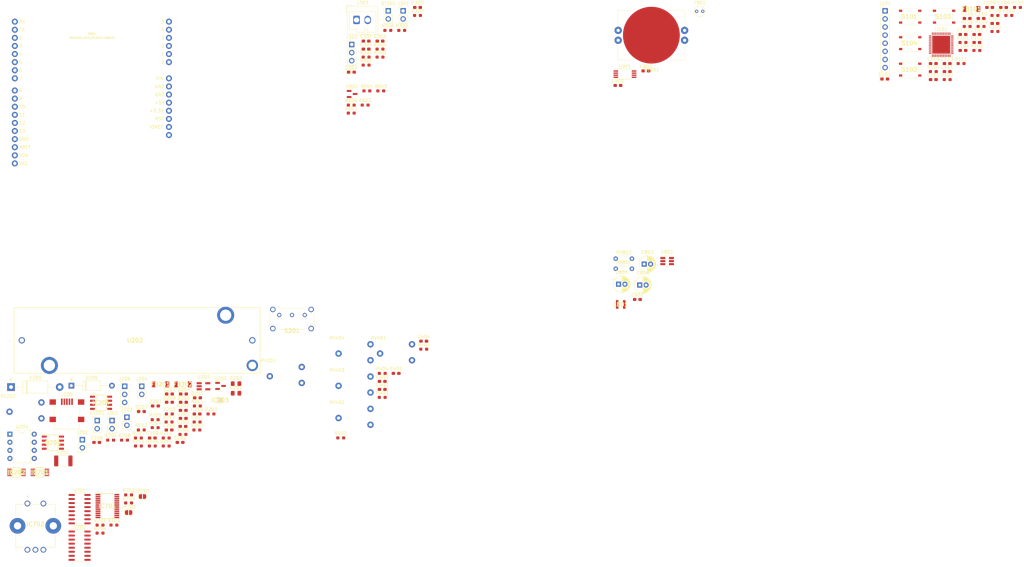
<source format=kicad_pcb>
(kicad_pcb (version 20211014) (generator pcbnew)
  (layers (0 "F.Cu" signal) (31 "B.Cu" signal) (34 "B.Paste" user) (35 "F.Paste" user) (36 "B.SilkS" user "B.Silkscreen") (37 "F.SilkS" user "F.Silkscreen") (38 "B.Mask" user) (39 "F.Mask" user) (44 "Edge.Cuts" user))
  (net 0 "")
  (net 1 "GND")
  (net 2 "+3V3")
  (net 3 "+3.3VA")
  (net 6 "/osc_in")
  (net 7 "/osc_out")
  (net 8 "+5V")
  (net 17 "/RTC/Li-ion-20mm-cell")
  (net 18 "Net-(C101-Pad2)")
  (net 19 "Net-(C102-Pad2)")
  (net 20 "Net-(C107-Pad2)")
  (net 21 "Net-(C111-Pad2)")
  (net 22 "Net-(C112-Pad2)")
  (net 23 "Net-(C113-Pad2)")
  (net 24 "+VDC")
  (net 25 "/PowerManagement/lin_reg")
  (net 26 "VBUS")
  (net 27 "Net-(C207-Pad2)")
  (net 28 "Net-(C208-Pad2)")
  (net 29 "Net-(C209-Pad1)")
  (net 30 "Net-(C209-Pad2)")
  (net 31 "Net-(C301-Pad1)")
  (net 32 "Net-(C302-Pad2)")
  (net 33 "Net-(C304-Pad2)")
  (net 34 "Net-(C401-Pad1)")
  (net 35 "Net-(C401-Pad2)")
  (net 36 "Net-(C402-Pad1)")
  (net 37 "Net-(C402-Pad2)")
  (net 38 "Net-(C403-Pad1)")
  (net 39 "Net-(C403-Pad2)")
  (net 40 "/NRST")
  (net 41 "UART_TX")
  (net 42 "UART_RX")
  (net 43 "LCD_CONTROL")
  (net 44 "TOUCH_Y")
  (net 45 "Net-(C404-Pad1)")
  (net 46 "Net-(C404-Pad2)")
  (net 47 "ADC4")
  (net 48 "PB0")
  (net 49 "PB9")
  (net 50 "PB1")
  (net 51 "/PowerManagement/buck_out")
  (net 52 "TOUCH_X")
  (net 53 "LCD_CS")
  (net 54 "Net-(C802-Pad2)")
  (net 55 "/RTC/X1")
  (net 56 "/RTC/X2")
  (net 57 "Net-(D101-Pad1)")
  (net 58 "LCD_RST")
  (net 59 "LCD_D2")
  (net 60 "LCD_D3")
  (net 61 "LCD_D4")
  (net 62 "LCD_D5")
  (net 63 "LCD_D6")
  (net 64 "Net-(D201-Pad1)")
  (net 65 "Net-(D202-Pad1)")
  (net 66 "Net-(D203-Pad1)")
  (net 67 "Net-(D204-Pad1)")
  (net 68 "Net-(D206-Pad2)")
  (net 69 "Net-(D207-Pad2)")
  (net 70 "Net-(D208-Pad2)")
  (net 71 "Net-(D211-Pad2)")
  (net 72 "LCD_D7")
  (net 73 "LCD_D0")
  (net 74 "LCD_D1")
  (net 75 "/MainClockOut")
  (net 76 "/D-")
  (net 77 "/D+")
  (net 79 "/PowerManagement/VBUS_RAW")
  (net 80 "/PowerManagement/VBUS_RAW2")
  (net 81 "/Display&SDcard/SPI_SS1")
  (net 82 "SPI_MOSI")
  (net 83 "SPI_MISO")
  (net 84 "SPI_CLK")
  (net 85 "Net-(IC201-Pad3)")
  (net 86 "Net-(IC201-Pad4)")
  (net 87 "Net-(IC201-Pad6)")
  (net 88 "TE_int")
  (net 89 "+BATT")
  (net 90 "BATT2+")
  (net 91 "/BattDischarger/Measured_BATT+")
  (net 92 "Signal_out")
  (net 93 "Net-(IC201-Pad8)")
  (net 94 "Net-(IC202-Pad3)")
  (net 95 "Net-(IC202-Pad4)")
  (net 96 "Net-(IC202-Pad6)")
  (net 97 "TE_ext")
  (net 98 "Net-(IC202-Pad8)")
  (net 104 "-12V")
  (net 112 "/BOOT0")
  (net 113 "3v3_enable")
  (net 114 "/multiplexing+gpio_extenders/IRQ")
  (net 115 "/multiplexing+gpio_extenders/A1")
  (net 116 "DAC_SINE")
  (net 117 "/multiplexing+gpio_extenders/RESET")
  (net 118 "/ComponentTester/COMP1")
  (net 119 "/ComponentTester/COMP5")
  (net 120 "/ComponentTester/COMP2")
  (net 121 "Fan_Tacho")
  (net 122 "/ComponentTester/COMP3")
  (net 123 "+12V")
  (net 124 "/ComponentTester/COMP4")
  (net 125 "V_ref")
  (net 126 "/ComponentTester/COMP6")
  (net 127 "mux1")
  (net 128 "mux2")
  (net 129 "/multiplexing+gpio_extenders/enable1")
  (net 130 "/multiplexing+gpio_extenders/enable2")
  (net 135 "/multiplexing+gpio_extenders/A0")
  (net 137 "divider_state")
  (net 146 "Net-(J203-Pad1)")
  (net 147 "Net-(J204-Pad1)")
  (net 148 "D-")
  (net 149 "D+")
  (net 151 "Net-(J206-Pad2)")
  (net 152 "/PowerManagement/buck/inductor_buck")
  (net 153 "Net-(Q201-Pad2)")
  (net 154 "test_DAC")
  (net 155 "/PowerManagement/Drains")
  (net 156 "Net-(R102-Pad1)")
  (net 157 "Net-(R301-Pad1)")
  (net 158 "Net-(R303-Pad2)")
  (net 159 "Net-(JP301-Pad1)")
  (net 160 "Net-(R401-Pad1)")
  (net 161 "Net-(R402-Pad1)")
  (net 162 "Net-(R403-Pad1)")
  (net 163 "Net-(R404-Pad1)")
  (net 164 "Net-(Q601-Pad2)")
  (net 165 "Net-(Q602-Pad2)")
  (net 171 "I2C2_CLK")
  (net 172 "I2C2_SDA")
  (net 176 "measured_batt_v")
  (net 178 "bat1_v")
  (net 179 "bat2_v")
  (net 181 "thermistor")
  (net 187 "Net-(RTHT201-Pad2)")
  (net 188 "component2")
  (net 189 "scope2")
  (net 192 "component1")
  (net 193 "scope4")
  (net 195 "scope3")
  (net 197 "component3")
  (net 199 "/MFP")
  (net 200 "SPI2_CLK")
  (net 201 "SPI2_MISO")
  (net 202 "SPI2_MOSI")
  (net 203 "ADC1")
  (net 204 "ADC2")
  (net 205 "ADC3")
  (net 206 "DAC1")
  (net 207 "DAC2")
  (net 208 "I2C_CLK")
  (net 209 "I2C_SDA")
  (net 210 "scope1")
  (net 211 "measured_batt_I")
  (footprint "Package_TO_SOT_SMD:SOT-23-5_HandSoldering" (layer "F.Cu") (at 213.002 44.194)
    (fp_text reference "U203" (at 0 -2.9) (layer "F.SilkS"))
    (fp_text value "D1213A-02SM")
    (pad "1" smd rect (at -1.35 -0.95) (size 1.56 0.65) (layers "F.Cu" "F.Paste" "F.Mask"))
    (pad "2" smd rect (at -1.35 0) (size 1.56 0.65) (layers "F.Cu" "F.Paste" "F.Mask") (net 1 "GND"))
    (pad "3" smd rect (at -1.35 0.95) (size 1.56 0.65) (layers "F.Cu" "F.Paste" "F.Mask") (net 148 "D-"))
    (pad "4" smd rect (at 1.35 0.95) (size 1.56 0.65) (layers "F.Cu" "F.Paste" "F.Mask") (net 149 "D+"))
    (pad "5" smd rect (at 1.35 -0.95) (size 1.56 0.65) (layers "F.Cu" "F.Paste" "F.Mask") (net 26 "VBUS"))
  )
  (footprint "Capacitor_SMD:C_0603_1608Metric_Pad1.08x0.95mm_HandSolder" (layer "F.Cu") (at 206.572 56.774)
    (fp_text reference "C205" (at 0 -1.43) (layer "F.SilkS"))
    (fp_text value "10n")
    (pad "1" smd roundrect (at -0.8625 0) (size 1.075 0.95) (layers "F.Cu" "F.Paste" "F.Mask") (net 3 "+3.3VA"))
    (pad "2" smd roundrect (at 0.8625 0) (size 1.075 0.95) (layers "F.Cu" "F.Paste" "F.Mask") (net 1 "GND"))
  )
  (footprint "Resistor_SMD:R_0603_1608Metric_Pad0.98x0.95mm_HandSolder" (layer "F.Cu") (at 281.982 32.554)
    (fp_text reference "R401" (at 0 -1.43) (layer "F.SilkS"))
    (fp_text value "50k")
    (pad "1" smd roundrect (at -0.9125 0) (size 0.975 0.95) (layers "F.Cu" "F.Paste" "F.Mask") (net 160 "Net-(R401-Pad1)"))
    (pad "2" smd roundrect (at 0.9125 0) (size 0.975 0.95) (layers "F.Cu" "F.Paste" "F.Mask") (net 35 "Net-(C401-Pad2)"))
  )
  (footprint "Capacitor_SMD:C_0603_1608Metric_Pad1.08x0.95mm_HandSolder" (layer "F.Cu") (at 445.922 -54.456)
    (fp_text reference "C111" (at 0 -1.43) (layer "F.SilkS"))
    (fp_text value "100n")
    (pad "1" smd roundrect (at -0.8625 0) (size 1.075 0.95) (layers "F.Cu" "F.Paste" "F.Mask") (net 1 "GND"))
    (pad "2" smd roundrect (at 0.8625 0) (size 1.075 0.95) (layers "F.Cu" "F.Paste" "F.Mask") (net 21 "Net-(C111-Pad2)"))
  )
  (footprint "Resistor_SMD:R_0603_1608Metric_Pad0.98x0.95mm_HandSolder" (layer "F.Cu") (at 255.982 60.374)
    (fp_text reference "R402" (at 0 -1.43) (layer "F.SilkS"))
    (fp_text value "50k")
    (pad "1" smd roundrect (at -0.9125 0) (size 0.975 0.95) (layers "F.Cu" "F.Paste" "F.Mask") (net 161 "Net-(R402-Pad1)"))
    (pad "2" smd roundrect (at 0.9125 0) (size 0.975 0.95) (layers "F.Cu" "F.Paste" "F.Mask") (net 37 "Net-(C402-Pad2)"))
  )
  (footprint "Resistor_SMD:R_0603_1608Metric_Pad0.98x0.95mm_HandSolder" (layer "F.Cu") (at 445.922 -51.946)
    (fp_text reference "R102" (at 0 -1.43) (layer "F.SilkS"))
    (fp_text value "10k")
    (pad "1" smd roundrect (at -0.9125 0) (size 0.975 0.95) (layers "F.Cu" "F.Paste" "F.Mask") (net 156 "Net-(R102-Pad1)"))
    (pad "2" smd roundrect (at 0.9125 0) (size 0.975 0.95) (layers "F.Cu" "F.Paste" "F.Mask") (net 112 "/BOOT0"))
  )
  (footprint "SamacSys_Parts:PTS526SK15SMTR2LFS" (layer "F.Cu") (at 434.347 -71.661)
    (fp_text reference "S101" (at -0.25 0) (layer "F.SilkS") (effects (font (size 1.27 1.27) (thickness 0.254))))
    (fp_text value "PTS526_SK15_SMTR2_LFS" hide)
    (pad "1" smd rect locked (at -3 -1.85 90) (size 0.7 1) (layers "F.Cu" "F.Paste" "F.Mask") (net 20 "Net-(C107-Pad2)"))
    (pad "2" smd rect locked (at 3 -1.85 90) (size 0.7 1) (layers "F.Cu" "F.Paste" "F.Mask") (net 20 "Net-(C107-Pad2)"))
    (pad "3" smd rect locked (at -3 1.85 90) (size 0.7 1) (layers "F.Cu" "F.Paste" "F.Mask") (net 40 "/NRST"))
    (pad "4" smd rect locked (at 3 1.85 90) (size 0.7 1) (layers "F.Cu" "F.Paste" "F.Mask") (net 40 "/NRST"))
  )
  (footprint "LED_SMD:LED_0603_1608Metric_Pad1.05x0.95mm_HandSolder" (layer "F.Cu") (at 202.347 49.204)
    (fp_text reference "D208" (at 0 -1.43) (layer "F.SilkS"))
    (fp_text value "LED_Small Green")
    (pad "1" smd roundrect (at -0.875 0) (size 1.05 0.95) (layers "F.Cu" "F.Paste" "F.Mask") (net 1 "GND"))
    (pad "2" smd roundrect (at 0.875 0) (size 1.05 0.95) (layers "F.Cu" "F.Paste" "F.Mask") (net 70 "Net-(D208-Pad2)"))
  )
  (footprint "Resistor_SMD:R_0603_1608Metric_Pad0.98x0.95mm_HandSolder" (layer "F.Cu") (at 280.032 -72.046)
    (fp_text reference "R302" (at 0 -1.43) (layer "F.SilkS"))
    (fp_text value "10k")
    (pad "1" smd roundrect (at -0.9125 0) (size 0.975 0.95) (layers "F.Cu" "F.Paste" "F.Mask") (net 31 "Net-(C301-Pad1)"))
    (pad "2" smd roundrect (at 0.9125 0) (size 0.975 0.95) (layers "F.Cu" "F.Paste" "F.Mask") (net 157 "Net-(R301-Pad1)"))
  )
  (footprint "Connector_PinHeader_2.54mm:PinHeader_1x02_P2.54mm_Vertical" (layer "F.Cu") (at 270.882 -73.486)
    (fp_text reference "BT301" (at 0 -2.33) (layer "F.SilkS"))
    (fp_text value "Battery_Cell")
    (pad "1" thru_hole rect (at 0 0) (size 1.7 1.7) (drill 1) (layers *.Cu *.Mask) (net 91 "/BattDischarger/Measured_BATT+"))
    (pad "2" thru_hole oval (at 0 2.54) (size 1.7 1.7) (drill 1) (layers *.Cu *.Mask) (net 1 "GND"))
  )
  (footprint "Capacitor_SMD:C_0603_1608Metric_Pad1.08x0.95mm_HandSolder" (layer "F.Cu") (at 211.002 52.874)
    (fp_text reference "C210" (at 0 -1.43) (layer "F.SilkS"))
    (fp_text value "4.7u")
    (pad "1" smd roundrect (at -0.8625 0) (size 1.075 0.95) (layers "F.Cu" "F.Paste" "F.Mask") (net 104 "-12V"))
    (pad "2" smd roundrect (at 0.8625 0) (size 1.075 0.95) (layers "F.Cu" "F.Paste" "F.Mask") (net 1 "GND"))
  )
  (footprint "Z_mycustom_footprint_lib:2002102255" (layer "F.Cu") (at 151.757 47.769)
    (fp_text reference "RV202" (at 0 -0.5 unlocked) (layer "F.SilkS"))
    (fp_text value "10k")
    (pad "1" thru_hole circle (at 10.5 1.5) (size 2 2) (drill 1) (layers *.Cu *.Mask) (net 96 "Net-(IC202-Pad6)"))
    (pad "2" thru_hole circle (at 0.5 4.4) (size 2 2) (drill 1) (layers *.Cu *.Mask) (net 1 "GND"))
    (pad "3" thru_hole circle (at 10.5 6.5) (size 2 2) (drill 1) (layers *.Cu *.Mask) (net 147 "Net-(J204-Pad1)"))
  )
  (footprint "Connector_PinHeader_2.54mm:PinHeader_1x02_P2.54mm_Vertical" (layer "F.Cu") (at 193.672 44.194)
    (fp_text reference "J204" (at 0 -2.33) (layer "F.SilkS"))
    (fp_text value "Conn_01x02")
    (pad "1" thru_hole rect (at 0 0) (size 1.7 1.7) (drill 1) (layers *.Cu *.Mask) (net 147 "Net-(J204-Pad1)"))
    (pad "2" thru_hole oval (at 0 2.54) (size 1.7 1.7) (drill 1) (layers *.Cu *.Mask) (net 1 "GND"))
  )
  (footprint "Resistor_SMD:R_0603_1608Metric_Pad0.98x0.95mm_HandSolder" (layer "F.Cu") (at 189.552 80.754)
    (fp_text reference "R705" (at 0 -1.43) (layer "F.SilkS"))
    (fp_text value "10k")
    (pad "1" smd roundrect (at -0.9125 0) (size 0.975 0.95) (layers "F.Cu" "F.Paste" "F.Mask") (net 117 "/multiplexing+gpio_extenders/RESET"))
    (pad "2" smd roundrect (at 0.9125 0) (size 0.975 0.95) (layers "F.Cu" "F.Paste" "F.Mask") (net 2 "+3V3"))
  )
  (footprint "Capacitor_SMD:C_0603_1608Metric_Pad1.08x0.95mm_HandSolder" (layer "F.Cu") (at 268.982 42.664)
    (fp_text reference "C403" (at 0 -1.43) (layer "F.SilkS"))
    (fp_text value "1u")
    (pad "1" smd roundrect (at -0.8625 0) (size 1.075 0.95) (layers "F.Cu" "F.Paste" "F.Mask") (net 38 "Net-(C403-Pad1)"))
    (pad "2" smd roundrect (at 0.8625 0) (size 1.075 0.95) (layers "F.Cu" "F.Paste" "F.Mask") (net 39 "Net-(C403-Pad2)"))
  )
  (footprint "Z_mycustom_footprint_lib:2002102255" (layer "F.Cu") (at 254.807 49.759)
    (fp_text reference "RV402" (at 0 -0.5 unlocked) (layer "F.SilkS"))
    (fp_text value "47k")
    (pad "1" thru_hole circle (at 10.5 1.5) (size 2 2) (drill 1) (layers *.Cu *.Mask) (net 1 "GND"))
    (pad "2" thru_hole circle (at 0.5 4.4) (size 2 2) (drill 1) (layers *.Cu *.Mask) (net 37 "Net-(C402-Pad2)"))
    (pad "3" thru_hole circle (at 10.5 6.5) (size 2 2) (drill 1) (layers *.Cu *.Mask) (net 2 "+3V3"))
  )
  (footprint "Capacitor_SMD:C_0603_1608Metric_Pad1.08x0.95mm_HandSolder" (layer "F.Cu") (at 455.212 -63.576)
    (fp_text reference "C102" (at 0 -1.43) (layer "F.SilkS"))
    (fp_text value "24P")
    (pad "1" smd roundrect (at -0.8625 0) (size 1.075 0.95) (layers "F.Cu" "F.Paste" "F.Mask") (net 1 "GND"))
    (pad "2" smd roundrect (at 0.8625 0) (size 1.075 0.95) (layers "F.Cu" "F.Paste" "F.Mask") (net 19 "Net-(C102-Pad2)"))
  )
  (footprint "SamacSys_Parts:SOP65P640X120-24N" (layer "F.Cu") (at 182.902 81.739)
    (fp_text reference "IC701" (at 0 0) (layer "F.SilkS") (effects (font (size 1.27 1.27) (thickness 0.254))))
    (fp_text value "XRA1203IG24TR-F" hide)
    (pad "1" smd rect locked (at -2.95 -3.575 90) (size 0.45 1.5) (layers "F.Cu" "F.Paste" "F.Mask") (net 114 "/multiplexing+gpio_extenders/IRQ"))
    (pad "2" smd rect locked (at -2.95 -2.925 90) (size 0.45 1.5) (layers "F.Cu" "F.Paste" "F.Mask") (net 115 "/multiplexing+gpio_extenders/A1"))
    (pad "3" smd rect locked (at -2.95 -2.275 90) (size 0.45 1.5) (layers "F.Cu" "F.Paste" "F.Mask") (net 117 "/multiplexing+gpio_extenders/RESET"))
    (pad "4" smd rect locked (at -2.95 -1.625 90) (size 0.45 1.5) (layers "F.Cu" "F.Paste" "F.Mask") (net 58 "LCD_RST"))
    (pad "5" smd rect locked (at -2.95 -0.975 90) (size 0.45 1.5) (layers "F.Cu" "F.Paste" "F.Mask") (net 118 "/ComponentTester/COMP1"))
    (pad "6" smd rect locked (at -2.95 -0.325 90) (size 0.45 1.5) (layers "F.Cu" "F.Paste" "F.Mask") (net 119 "/ComponentTester/COMP5"))
    (pad "7" smd rect locked (at -2.95 0.325 90) (size 0.45 1.5) (layers "F.Cu" "F.Paste" "F.Mask") (net 120 "/ComponentTester/COMP2"))
    (pad "8" smd rect locked (at -2.95 0.975 90) (size 0.45 1.5) (layers "F.Cu" "F.Paste" "F.Mask") (net 122 "/ComponentTester/COMP3"))
    (pad "9" smd rect locked (at -2.95 1.625 90) (size 0.45 1.5) (layers "F.Cu" "F.Paste" "F.Mask") (net 124 "/ComponentTester/COMP4"))
    (pad "10" smd rect locked (at -2.95 2.275 90) (size 0.45 1.5) (layers "F.Cu" "F.Paste" "F.Mask") (net 126 "/ComponentTester/COMP6"))
    (pad "11" smd rect locked (at -2.95 2.925 90) (size 0.45 1.5) (layers "F.Cu" "F.Paste" "F.Mask") (net 53 "LCD_CS"))
    (pad "12" smd rect locked (at -2.95 3.575 90) (size 0.45 1.5) (layers "F.Cu" "F.Paste" "F.Mask") (net 1 "GND"))
    (pad "13" smd rect locked (at 2.95 3.575 90) (size 0.45 1.5) (layers "F.Cu" "F.Paste" "F.Mask") (net 127 "mux1"))
    (pad "14" smd rect locked (at 2.95 2.925 90) (size 0.45 1.5) (layers "F.Cu" "F.Paste" "F.Mask") (net 128 "mux2"))
    (pad "15" smd rect locked (at 2.95 2.275 90) (size 0.45 1.5) (layers "F.Cu" "F.Paste" "F.Mask") (net 129 "/multiplexing+gpio_extenders/enable1"))
    (pad "16" smd rect locked (at 2.95 1.625 90) (size 0.45 1.5) (layers "F.Cu" "F.Paste" "F.Mask") (net 130 "/multiplexing+gpio_extenders/enable2"))
    (pad "17" smd rect locked (at 2.95 0.975 90) (size 0.45 1.5) (layers "F.Cu" "F.Paste" "F.Mask"))
    (pad "18" smd rect locked (at 2.95 0.325 90) (size 0.45 1.5) (layers "F.Cu" "F.Paste" "F.Mask"))
    (pad "19" smd rect locked (at 2.95 -0.325 90) (size 0.45 1.5) (layers "F.Cu" "F.Paste" "F.Mask"))
    (pad "20" smd rect locked (at 2.95 -0.975 90) (size 0.45 1.5) (layers "F.Cu" "F.Paste" "F.Mask"))
    (pad "21" smd rect locked (at 2.95 -1.625 90) (size 0.45 1.5) (layers "F.Cu" "F.Paste" "F.Mask") (net 135 "/multiplexing+gpio_extenders/A0"))
    (pad "22" smd rect locked (at 2.95 -2.275 90) (size 0.45 1.5) (layers "F.Cu" "F.Paste" "F.Mask") (net 208 "I2C_CLK"))
    (pad "23" smd rect locked (at 2.95 -2.925 90) (size 0.45 1.5) (layers "F.Cu" "F.Paste" "F.Mask") (net 209 "I2C_SDA"))
    (pad "24" smd rect locked (at 2.95 -3.575 90) (size 0.45 1.5) (layers "F.Cu" "F.Paste" "F.Mask") (net 2 "+3V3"))
  )
  (footprint "Resistor_SMD:R_0603_1608Metric_Pad0.98x0.95mm_HandSolder" (layer "F.Cu") (at 202.222 55.384)
    (fp_text reference "R217" (at 0 -1.43) (layer "F.SilkS"))
    (fp_text value "330")
    (pad "1" smd roundrect (at -0.9125 0) (size 0.975 0.95) (layers "F.Cu" "F.Paste" "F.Mask") (net 71 "Net-(D211-Pad2)"))
    (pad "2" smd roundrect (at 0.9125 0) (size 0.975 0.95) (layers "F.Cu" "F.Paste" "F.Mask") (net 151 "Net-(J206-Pad2)"))
  )
  (footprint "Capacitor_SMD:C_0603_1608Metric_Pad1.08x0.95mm_HandSolder" (layer "F.Cu") (at 456.522 -71.106)
    (fp_text reference "C110" (at 0 -1.43) (layer "F.SilkS"))
    (fp_text value "C_Small")
    (pad "1" smd roundrect (at -0.8625 0) (size 1.075 0.95) (layers "F.Cu" "F.Paste" "F.Mask") (net 8 "+5V"))
    (pad "2" smd roundrect (at 0.8625 0) (size 1.075 0.95) (layers "F.Cu" "F.Paste" "F.Mask") (net 1 "GND"))
  )
  (footprint "Capacitor_SMD:C_0603_1608Metric_Pad1.08x0.95mm_HandSolder" (layer "F.Cu") (at 450.862 -66.086)
    (fp_text reference "C112" (at 0 -1.43) (layer "F.SilkS"))
    (fp_text value "100n")
    (pad "1" smd roundrect (at -0.8625 0) (size 1.075 0.95) (layers "F.Cu" "F.Paste" "F.Mask") (net 1 "GND"))
    (pad "2" smd roundrect (at 0.8625 0) (size 1.075 0.95) (layers "F.Cu" "F.Paste" "F.Mask") (net 22 "Net-(C112-Pad2)"))
  )
  (footprint "Connector_PinHeader_2.54mm:PinHeader_1x02_P2.54mm_Vertical" (layer "F.Cu") (at 184.372 54.944)
    (fp_text reference "J202" (at 0 -2.33) (layer "F.SilkS"))
    (fp_text value "Conn_01x02")
    (pad "1" thru_hole rect (at 0 0) (size 1.7 1.7) (drill 1) (layers *.Cu *.Mask) (net 1 "GND"))
    (pad "2" thru_hole oval (at 0 2.54) (size 1.7 1.7) (drill 1) (layers *.Cu *.Mask) (net 68 "Net-(D206-Pad2)"))
  )
  (footprint "Z_mycustom_footprint_lib:BATHLD001THM" (layer "F.Cu") (at 352.861 -66.117)
    (fp_text reference "BT901" (at 0.508 11.176 unlocked) (layer "F.SilkS"))
    (fp_text value "Battery_Cell")
    (pad "1" thru_hole circle (at -9.984 -1.244) (size 2.3 2.3) (drill 1) (layers *.Cu *.Mask) (net 17 "/RTC/Li-ion-20mm-cell"))
    (pad "1" thru_hole circle (at -9.984 1.856) (size 2.3 2.3) (drill 1) (layers *.Cu *.Mask) (net 17 "/RTC/Li-ion-20mm-cell"))
    (pad "1" thru_hole circle (at 10.816 1.856) (size 2.3 2.3) (drill 1) (layers *.Cu *.Mask) (net 17 "/RTC/Li-ion-20mm-cell"))
    (pad "1" thru_hole circle (at 10.816 -1.244) (size 2.3 2.3) (drill 1) (layers *.Cu *.Mask) (net 17 "/RTC/Li-ion-20mm-cell"))
    (pad "2" smd circle (at 0.416 0.256 90) (size 17.8 17.8) (layers "F.Cu" "F.Paste" "F.Mask") (net 1 "GND"))
  )
  (footprint "Resistor_SMD:R_0603_1608Metric_Pad0.98x0.95mm_HandSolder" (layer "F.Cu") (at 259.282 -41.436)
    (fp_text reference "R601" (at 0 -1.43) (layer "F.SilkS"))
    (fp_text value "10k")
    (pad "1" smd roundrect (at -0.9125 0) (size 0.975 0.95) (layers "F.Cu" "F.Paste" "F.Mask") (net 1 "GND"))
    (pad "2" smd roundrect (at 0.9125 0) (size 0.975 0.95) (layers "F.Cu" "F.Paste" "F.Mask") (net 181 "thermistor"))
  )
  (footprint "Resistor_SMD:R_0603_1608Metric_Pad0.98x0.95mm_HandSolder" (layer "F.Cu") (at 467.922 -74.556)
    (fp_text reference "R107" (at 0 -1.43) (layer "F.SilkS"))
    (fp_text value "10k")
    (pad "1" smd roundrect (at -0.9125 0) (size 0.975 0.95) (layers "F.Cu" "F.Paste" "F.Mask") (net 82 "SPI_MOSI"))
    (pad "2" smd roundrect (at 0.9125 0) (size 0.975 0.95) (layers "F.Cu" "F.Paste" "F.Mask") (net 2 "+3V3"))
  )
  (footprint "Package_SO:SOIC-16_3.9x9.9mm_P1.27mm" (layer "F.Cu") (at 174.202 94.164)
    (fp_text reference "U702" (at 0 -5.9) (layer "F.SilkS"))
    (fp_text value "MC74VHC4052DR2G")
    (pad "1" smd roundrect (at -2.475 -4.445) (size 1.95 0.6) (layers "F.Cu" "F.Paste" "F.Mask") (net 211 "measured_batt_I"))
    (pad "2" smd roundrect (at -2.475 -3.175) (size 1.95 0.6) (layers "F.Cu" "F.Paste" "F.Mask") (net 181 "thermistor"))
    (pad "3" smd roundrect (at -2.475 -1.905) (size 1.95 0.6) (layers "F.Cu" "F.Paste" "F.Mask") (net 47 "ADC4"))
    (pad "4" smd roundrect (at -2.475 -0.635) (size 1.95 0.6) (layers "F.Cu" "F.Paste" "F.Mask") (net 193 "scope4"))
    (pad "5" smd roundrect (at -2.475 0.635) (size 1.95 0.6) (layers "F.Cu" "F.Paste" "F.Mask"))
    (pad "6" smd roundrect (at -2.475 1.905) (size 1.95 0.6) (layers "F.Cu" "F.Paste" "F.Mask") (net 130 "/multiplexing+gpio_extenders/enable2"))
    (pad "7" smd roundrect (at -2.475 3.175) (size 1.95 0.6) (layers "F.Cu" "F.Paste" "F.Mask") (net 1 "GND"))
    (pad "8" smd roundrect (at -2.475 4.445) (size 1.95 0.6) (layers "F.Cu" "F.Paste" "F.Mask") (net 1 "GND"))
    (pad "9" smd roundrect (at 2.475 4.445) (size 1.95 0.6) (layers "F.Cu" "F.Paste" "F.Mask") (net 127 "mux1"))
    (pad "10" smd roundrect (at 2.475 3.175) (size 1.95 0.6) (layers "F.Cu" "F.Paste" "F.Mask") (net 128 "mux2"))
    (pad "11" smd roundrect (at 2.475 1.905) (size 1.95 0.6) (layers "F.Cu" "F.Paste" "F.Mask") (net 195 "scope3"))
    (pad "12" smd roundrect (at 2.475 0.635) (size 1.95 0.6) (layers "F.Cu" "F.Paste" "F.Mask") (net 176 "measured_batt_v"))
    (pad "13" smd roundrect (at 2.475 -0.635) (size 1.95 0.6) (layers "F.Cu" "F.Paste" "F.Mask") (net 205 "ADC3"))
    (pad "14" smd roundrect (at 2.475 -1.905) (size 1.95 0.6) (layers "F.Cu" "F.Paste" "F.Mask"))
    (pad "15" smd roundrect (at 2.475 -3.175) (size 1.95 0.6) (layers "F.Cu" "F.Paste" "F.Mask") (net 197 "component3"))
    (pad "16" smd roundrect (at 2.475 -4.445) (size 1.95 0.6) (layers "F.Cu" "F.Paste" "F.Mask") (net 2 "+3V3"))
  )
  (footprint "Connector_PinHeader_2.54mm:PinHeader_1x02_P2.54mm_Vertical" (layer "F.Cu") (at 275.532 -73.486)
    (fp_text reference "J301" (at 0 -2.33) (layer "F.SilkS"))
    (fp_text value "Conn_01x02")
    (pad "1" thru_hole rect (at 0 0) (size 1.7 1.7) (drill 1) (layers *.Cu *.Mask) (net 1 "GND"))
    (pad "2" thru_hole oval (at 0 2.54) (size 1.7 1.7) (drill 1) (layers *.Cu *.Mask) (net 154 "test_DAC"))
  )
  (footprint "Resistor_SMD:R_0603_1608Metric_Pad0.98x0.95mm_HandSolder" (layer "F.Cu") (at 456.522 -68.596)
    (fp_text reference "R109" (at 0 -1.43) (layer "F.SilkS"))
    (fp_text value "10k")
    (pad "1" smd roundrect (at -0.9125 0) (size 0.975 0.95) (layers "F.Cu" "F.Paste" "F.Mask") (net 84 "SPI_CLK"))
    (pad "2" smd roundrect (at 0.9125 0) (size 0.975 0.95) (layers "F.Cu" "F.Paste" "F.Mask") (net 2 "+3V3"))
  )
  (footprint "Resistor_SMD:R_0603_1608Metric_Pad0.98x0.95mm_HandSolder" (layer "F.Cu") (at 211.082 50.364)
    (fp_text reference "R211" (at 0 -1.43) (layer "F.SilkS"))
    (fp_text value "50k")
    (pad "1" smd roundrect (at -0.9125 0) (size 0.975 0.95) (layers "F.Cu" "F.Paste" "F.Mask") (net 178 "bat1_v"))
    (pad "2" smd roundrect (at 0.9125 0) (size 0.975 0.95) (layers "F.Cu" "F.Paste" "F.Mask") (net 1 "GND"))
  )
  (footprint "Fuse:Fuse_1812_4532Metric_Pad1.30x3.40mm_HandSolder" (layer "F.Cu") (at 169.102 67.594)
    (fp_text reference "F201" (at 0 -2.65) (layer "F.SilkS"))
    (fp_text value "Polyfuse_Small")
    (pad "1" smd roundrect (at -2.225 0) (size 1.3 3.4) (layers "F.Cu" "F.Paste" "F.Mask") (roundrect_rratio 0.192308) (net 79 "/PowerManagement/VBUS_RAW"))
    (pad "2" smd roundrect (at 2.225 0) (size 1.3 3.4) (layers "F.Cu" "F.Paste" "F.Mask") (roundrect_rratio 0.192308) (net 80 "/PowerManagement/VBUS_RAW2"))
  )
  (footprint "Resistor_SMD:R_0603_1608Metric_Pad0.98x0.95mm_HandSolder" (layer "F.Cu") (at 206.572 59.284)
    (fp_text reference "R206" (at 0 -1.43) (layer "F.SilkS"))
    (fp_text value "10k")
    (pad "1" smd roundrect (at -0.9125 0) (size 0.975 0.95) (layers "F.Cu" "F.Paste" "F.Mask") (net 1 "GND"))
    (pad "2" smd roundrect (at 0.9125 0) (size 0.975 0.95) (layers "F.Cu" "F.Paste" "F.Mask") (net 26 "VBUS"))
  )
  (footprint "Capacitor_SMD:C_0603_1608Metric_Pad1.08x0.95mm_HandSolder" (layer "F.Cu") (at 460.872 -69.536)
    (fp_text reference "C107" (at 0 -1.43) (layer "F.SilkS"))
    (fp_text value "100n")
    (pad "1" smd roundrect (at -0.8625 0) (size 1.075 0.95) (layers "F.Cu" "F.Paste" "F.Mask") (net 1 "GND"))
    (pad "2" smd roundrect (at 0.8625 0) (size 1.075 0.95) (layers "F.Cu" "F.Paste" "F.Mask") (net 20 "Net-(C107-Pad2)"))
  )
  (footprint "Capacitor_THT:CP_Radial_D5.0mm_P2.00mm" (layer "F.Cu") (at 349.621775 12.454)
    (fp_text reference "C804" (at 1 -3.75) (layer "F.SilkS"))
    (fp_text value "22u")
    (pad "1" thru_hole rect (at 0 0) (size 1.6 1.6) (drill 0.8) (layers *.Cu *.Mask) (net 51 "/PowerManagement/buck_out"))
    (pad "2" thru_hole circle (at 2 0) (size 1.6 1.6) (drill 0.8) (layers *.Cu *.Mask) (net 1 "GND"))
  )
  (footprint "Jumper:SolderJumper-2_P1.3mm_Open_RoundedPad1.0x1.5mm" (layer "F.Cu") (at 189.552 83.784)
    (fp_text reference "JP702" (at 0 -1.8) (layer "F.SilkS"))
    (fp_text value "J1")
    (pad "1" smd custom (at -0.65 0) (size 1 0.5) (layers "F.Cu" "F.Mask") (net 1 "GND") (options (clearance outline) (anchor rect)) (primitives (gr_circle (center 0 0.25) (end 0.5 0.25) (width 0) (fill yes)) (gr_circle (center 0 -0.25) (end 0.5 -0.25) (width 0) (fill yes)) (gr_poly (pts (xy 0.5 0.75) (xy 0 0.75) (xy 0 -0.75) (xy 0.5 -0.75)) (width 0) (fill yes))))
    (pad "2" smd custom (at 0.65 0) (size 1 0.5) (layers "F.Cu" "F.Mask") (net 115 "/multiplexing+gpio_extenders/A1") (options (clearance outline) (anchor rect)) (primitives (gr_circle (center 0 0.25) (end 0.5 0.25) (width 0) (fill yes)) (gr_circle (center 0 -0.25) (end 0.5 -0.25) (width 0) (fill yes)) (gr_poly (pts (xy 0 0.75) (xy -0.5 0.75) (xy -0.5 -0.75) (xy 0 -0.75)) (width 0) (fill yes))))
  )
  (footprint "SamacSys_Parts:BEADC4516X185N" (layer "F.Cu") (at 206.572 43.594)
    (fp_text reference "FB202" (at 0 0) (layer "F.SilkS") (effects (font (size 1.27 1.27) (thickness 0.254))))
    (fp_text value "HI1806T600R-10" hide)
    (pad "1" smd rect locked (at -2.15 0) (size 1.2 1.85) (layers "F.Cu" "F.Paste" "F.Mask") (net 80 "/PowerManagement/VBUS_RAW2"))
    (pad "2" smd rect locked (at 2.15 0) (size 1.2 1.85) (layers "F.Cu" "F.Paste" "F.Mask") (net 26 "VBUS"))
  )
  (footprint "Package_DFN_QFN:QFN-48-1EP_7x7mm_P0.5mm_EP5.6x5.6mm" (layer "F.Cu") (at 444.042 -62.866)
    (fp_text reference "U101" (at 0 -4.82) (layer "F.SilkS"))
    (fp_text value "STM32L151C6Ux")
    (pad "1" smd roundrect (at -3.4375 -2.75) (size 0.875 0.25) (layers "F.Cu" "F.Paste" "F.Mask"))
    (pad "2" smd roundrect (at -3.4375 -2.25) (size 0.875 0.25) (layers "F.Cu" "F.Paste" "F.Mask"))
    (pad "3" smd roundrect (at -3.4375 -1.75) (size 0.875 0.25) (layers "F.Cu" "F.Paste" "F.Mask") (net 18 "Net-(C101-Pad2)"))
    (pad "4" smd roundrect (at -3.4375 -1.25) (size 0.875 0.25) (layers "F.Cu" "F.Paste" "F.Mask") (net 19 "Net-(C102-Pad2)"))
    (pad "5" smd roundrect (at -3.4375 -0.75) (size 0.875 0.25) (layers "F.Cu" "F.Paste" "F.Mask") (net 6 "/osc_in"))
    (pad "6" smd roundrect (at -3.4375 -0.25) (size 0.875 0.25) (layers "F.Cu" "F.Paste" "F.Mask") (net 7 "/osc_out"))
    (pad "7" smd roundrect (at -3.4375 0.25) (size 0.875 0.25) (layers "F.Cu" "F.Paste" "F.Mask") (net 40 "/NRST"))
    (pad "8" smd roundrect (at -3.4375 0.75) (size 0.875 0.25) (layers "F.Cu" "F.Paste" "F.Mask") (net 1 "GND"))
    (pad "9" smd roundrect (at -3.4375 1.25) (size 0.875 0.25) (layers "F.Cu" "F.Paste" "F.Mask") (net 3 "+3.3VA"))
    (pad "10" smd roundrect (at -3.4375 1.75) (size 0.875 0.25) (layers "F.Cu" "F.Paste" "F.Mask") (net 203 "ADC1"))
    (pad "11" smd roundrect (at -3.4375 2.25) (size 0.875 0.25) (layers "F.Cu" "F.Paste" "F.Mask") (net 204 "ADC2"))
    (pad "12" smd roundrect (at -3.4375 2.75) (size 0.875 0.25) (layers "F.Cu" "F.Paste" "F.Mask") (net 205 "ADC3"))
    (pad "13" smd roundrect (at -2.75 3.4375) (size 0.25 0.875) (layers "F.Cu" "F.Paste" "F.Mask") (net 47 "ADC4"))
    (pad "14" smd roundrect (at -2.25 3.4375) (size 0.25 0.875) (layers "F.Cu" "F.Paste" "F.Mask") (net 206 "DAC1"))
    (pad "15" smd roundrect (at -1.75 3.4375) (size 0.25 0.875) (layers "F.Cu" "F.Paste" "F.Mask") (net 207 "DAC2"))
    (pad "16" smd roundrect (at -1.25 3.4375) (size 0.25 0.875) (layers "F.Cu" "F.Paste" "F.Mask") (net 52 "TOUCH_X"))
    (pad "17" smd roundrect (at -0.75 3.4375) (size 0.25 0.875) (layers "F.Cu" "F.Paste" "F.Mask") (net 44 "TOUCH_Y"))
    (pad "18" smd roundrect (at -0.25 3.4375) (size 0.25 0.875) (layers "F.Cu" "F.Paste" "F.Mask"))
    (pad "19" smd roundrect (at 0.25 3.4375) (size 0.25 0.875) (layers "F.Cu" "F.Paste" "F.Mask"))
    (pad "20" smd roundrect (at 0.75 3.4375) (size 0.25 0.875) (layers "F.Cu" "F.Paste" "F.Mask"))
    (pad "21" smd roundrect (at 1.25 3.4375) (size 0.25 0.875) (layers "F.Cu" "F.Paste" "F.Mask") (net 171 "I2C2_CLK"))
    (pad "22" smd roundrect (at 1.75 3.4375) (size 0.25 0.875) (layers "F.Cu" "F.Paste" "F.Mask") (net 172 "I2C2_SDA"))
    (pad "23" smd roundrect (at 2.25 3.4375) (size 0.25 0.875) (layers "F.Cu" "F.Paste" "F.Mask") (net 1 "GND"))
    (pad "24" smd roundrect (at 2.75 3.4375) (size 0.25 0.875) (layers "F.Cu" "F.Paste" "F.Mask") (net 2 "+3V3"))
    (pad "25" smd roundrect (at 3.4375 2.75) (size 0.875 0.25) (layers "F.Cu" "F.Paste" "F.Mask"))
    (pad "26" smd roundrect (at 3.4375 2.25) (size 0.875 0.25) (layers "F.Cu" "F.Paste" "F.Mask") (net 84 "SPI_CLK"))
    (pad "27" smd roundrect (at 3.4375 1.75) (size 0.875 0.25) (layers "F.Cu" "F.Paste" "F.Mask") (net 83 "SPI_MISO"))
    (pad "28" smd roundrect (at 3.4375 1.25) (size 0.875 0.25) (layers "F.Cu" "F.Paste" "F.Mask") (net 82 "SPI_MOSI"))
    (pad "29" smd roundrect (at 3.4375 0.75) (size 0.875 0.25) (layers "F.Cu" "F.Paste" "F.Mask") (net 75 "/MainClockOut"))
    (pad "30" smd roundrect (at 3.4375 0.25) (size 0.875 0.25) (layers "F.Cu" "F.Paste" "F.Mask") (net 42 "UART_RX"))
    (pad "31" smd roundrect (at 3.4375 -0.25) (size 0.875 0.25) (layers "F.Cu" "F.Paste" "F.Mask") (net 41 "UART_TX"))
    (pad "32" smd roundrect (at 3.4375 -0.75) (size 0.875 0.25) (layers "F.Cu" "F.Paste" "F.Mask") (net 76 "/D-"))
    (pad "33" smd roundrect (at 3.4375 -1.25) (size 0.875 0.25) (layers "F.Cu" "F.Paste" "F.Mask") (net 77 "/D+"))
    (pad "34" smd roundrect (at 3.4375 -1.75) (size 0.875 0.25) (layers "F.Cu" "F.Paste" "F.Mask"))
    (pad "35" smd roundrect (at 3.4375 -2.25) (size 0.875 0.25) (layers "F.Cu" "F.Paste" "F.Mask") (net 1 "GND"))
    (pad "36" smd roundrect (at 3.4375 -2.75) (size 0.875 0.25) (layers "F.Cu" "F.Paste" "F.Mask") (net 2 "+3V3"))
    (pad "37" smd roundrect (at 2.75 -3.4375) (size 0.25 0.875) (layers "F.Cu" "F.Paste" "F.Mask"))
    (pad "38" smd roundrect (at 2.25 -3.4375) (size 0.25 0.875) (layers "F.Cu" "F.Paste" "F.Mask"))
    (pad "39" smd roundrect (at 1.75 -3.4375) (size 0.25 0.875) (layers "F.Cu" "F.Paste" "F.Mask") (net 200 "SPI2_CLK"))
    (pad "40" smd roundrect (at 1.25 -3.4375) (size 0.25 0.875) (layers "F.Cu" "F.Paste" "F.Mask") (net 201 "SPI2_MISO"))
    (pad "41" smd roundrect (at 0.75 -3.4375) (size 0.25 0.875) (layers "F.Cu" "F.Paste" "F.Mask") (net 202 "SPI2_MOSI"))
    (pad "42" smd roundrect (at 0.25 -3.4375) (size 0.25 0.875) (layers "F.Cu" "F.Paste" "F.Mask") (net 208 "I2C_CLK"))
    (pad "43" smd roundrect (at -0.25 -3.4375) (size 0.25 0.875) (layers "F.Cu" "F.Paste" "F.Mask") (net 209 "I2C_SDA"))
    (pad "44" smd roundrect (at -0.75 -3.4375) (size 0.25 0.875) (layers "F.Cu" "F.Paste" "F.Mask") (net 112 "/BOOT0"))
    (pad "45" smd roundrect (at -1.25 -3.4375) (size 0.25 0.875) (layers "F.Cu" "F.Paste" "F.Mask"))
    (pad "46" smd roundrect (at -1.75 -3.4375) (size 0.25 0.875) (layers "F.Cu" "F.Paste" "F.Mask"))
    (pad "47" smd roundrect (at -2.25 -3.4375) (size 0.25 0.875) (layers "F.Cu" "F.Paste" "F.Mask") (net 1 "GND"))
    (pad "48" smd roundrect (at -2.75 -3.4375) (size 0.25 0.875) (layers "F.Cu" "F.Paste" "F.Mask") (net 2 "+3V3"))
    (pad "49" smd rect (at 0 0) (size 5.6 5.6) (layers "F.Cu" "F.Mask") (net 1 "GND"))
  )
  (footprint "LED_SMD:LED_0603_1608Metric_Pad1.05x0.95mm_HandSolder" (layer "F.Cu") (at 426.367 -52.116)
    (fp_text reference "D101" (at 0 -1.43) (layer "F.SilkS"))
    (fp_text value "LED_Small")
    (pad "1" smd roundrect (at -0.875 0) (size 1.05 0.95) (layers "F.Cu" "F.Paste" "F.Mask") (net 57 "Net-(D101-Pad1)"))
    (pad "2" smd roundrect (at 0.875 0) (size 1.05 0.95) (layers "F.Cu" "F.Paste" "F.Mask") (net 8 "+5V"))
  )
  (footprint "Capacitor_SMD:C_0603_1608Metric_Pad1.08x0.95mm_HandSolder" (layer "F.Cu") (at 281.982 30.044)
    (fp_text reference "C404" (at 0 -1.43) (layer "F.SilkS"))
    (fp_text value "1u")
    (pad "1" smd roundrect (at -0.8625 0) (size 1.075 0.95) (layers "F.Cu" "F.Paste" "F.Mask") (net 45 "Net-(C404-Pad1)"))
    (pad "2" smd roundrect (at 0.8625 0) (size 1.075 0.95) (layers "F.Cu" "F.Paste" "F.Mask") (net 46 "Net-(C404-Pad2)"))
  )
  (footprint "Capacitor_SMD:C_0603_1608Metric_Pad1.08x0.95mm_HandSolder" (layer "F.Cu") (at 273.332 40.154)
    (fp_text reference "C401" (at 0 -1.43) (layer "F.SilkS"))
    (fp_text value "1u")
    (pad "1" smd roundrect (at -0.8625 0) (size 1.075 0.95) (layers "F.Cu" "F.Paste" "F.Mask") (net 34 "Net-(C401-Pad1)"))
    (pad "2" smd roundrect (at 0.8625 0) (size 1.075 0.95) (layers "F.Cu" "F.Paste" "F.Mask") (net 35 "Net-(C401-Pad2)"))
  )
  (footprint "Capacitor_SMD:C_0603_1608Metric_Pad1.08x0.95mm_HandSolder" (layer "F.Cu") (at 268.282 -64.006)
    (fp_text reference "C303" (at 0 -1.43) (layer "F.SilkS"))
    (fp_text value "100n")
    (pad "1" smd roundrect (at -0.8625 0) (size 1.075 0.95) (layers "F.Cu" "F.Paste" "F.Mask") (net 92 "Signal_out"))
    (pad "2" smd roundrect (at 0.8625 0) (size 1.075 0.95) (layers "F.Cu" "F.Paste" "F.Mask") (net 91 "/BattDischarger/Measured_BATT+"))
  )
  (footprint "Resistor_SMD:R_0603_1608Metric_Pad0.98x0.95mm_HandSolder" (layer "F.Cu") (at 263.632 -43.946)
    (fp_text reference "R602" (at 0 -1.43) (layer "F.SilkS"))
    (fp_text value "10k")
    (pad "1" smd roundrect (at -0.9125 0) (size 0.975 0.95) (layers "F.Cu" "F.Paste" "F.Mask") (net 121 "Fan_Tacho"))
    (pad "2" smd roundrect (at 0.9125 0) (size 0.975 0.95) (layers "F.Cu" "F.Paste" "F.Mask") (net 2 "+3V3"))
  )
  (footprint "Capacitor_SMD:C_0603_1608Metric_Pad1.08x0.95mm_HandSolder" (layer "F.Cu") (at 280.032 -74.556)
    (fp_text reference "C302" (at 0 -1.43) (layer "F.SilkS"))
    (fp_text value "1u")
    (pad "1" smd roundrect (at -0.8625 0) (size 1.075 0.95) (layers "F.Cu" "F.Paste" "F.Mask") (net 1 "GND"))
    (pad "2" smd roundrect (at 0.8625 0) (size 1.075 0.95) (layers "F.Cu" "F.Paste" "F.Mask") (net 32 "Net-(C302-Pad2)"))
  )
  (footprint "Capacitor_SMD:C_0603_1608Metric_Pad1.08x0.95mm_HandSolder" (layer "F.Cu") (at 206.652 51.754)
    (fp_text reference "C207" (at 0 -1.43) (layer "F.SilkS"))
    (fp_text value "100n")
    (pad "1" smd roundrect (at -0.8625 0) (size 1.075 0.95) (layers "F.Cu" "F.Paste" "F.Mask") (net 1 "GND"))
    (pad "2" smd roundrect (at 0.8625 0) (size 1.075 0.95) (layers "F.Cu" "F.Paste" "F.Mask") (net 27 "Net-(C207-Pad2)"))
  )
  (footprint "Package_DIP:DIP-8_W7.62mm" (layer "F.Cu") (at 152.382 59.204)
    (fp_text reference "U204" (at 3.81 -2.33) (layer "F.SilkS"))
    (fp_text value "NE555P")
    (pad "1" thru_hole rect (at 0 0) (size 1.6 1.6) (drill 0.8) (layers *.Cu *.Mask) (net 1 "GND"))
    (pad "2" thru_hole oval (at 0 2.54) (size 1.6 1.6) (drill 0.8) (layers *.Cu *.Mask) (net 28 "Net-(C208-Pad2)"))
    (pad "3" thru_hole oval (at 0 5.08) (size 1.6 1.6) (drill 0.8) (layers *.Cu *.Mask) (net 29 "Net-(C209-Pad1)"))
    (pad "4" thru_hole oval (at 0 7.62) (size 1.6 1.6) (drill 0.8) (layers *.Cu *.Mask) (net 123 "+12V"))
    (pad "5" thru_hole oval (at 7.62 7.62) (size 1.6 1.6) (drill 0.8) (layers *.Cu *.Mask) (net 27 "Net-(C207-Pad2)"))
    (pad "6" thru_hole oval (at 7.62 5.08) (size 1.6 1.6) (drill 0.8) (layers *.Cu *.Mask) (net 28 "Net-(C208-Pad2)"))
    (pad "7" thru_hole oval (at 7.62 2.54) (size 1.6 1.6) (drill 0.8) (layers *.Cu *.Mask) (net 187 "Net-(RTHT201-Pad2)"))
    (pad "8" thru_hole oval (at 7.62 0) (size 1.6 1.6) (drill 0.8) (layers *.Cu *.Mask) (net 123 "+12V"))
  )
  (footprint "Diode_THT:D_A-405_P12.70mm_Horizontal" (layer "F.Cu") (at 171.622 43.994)
    (fp_text reference "D206" (at 6.35 -2.47) (layer "F.SilkS"))
    (fp_text value "D_Shockley")
    (fp_text user "K" (at 0 -1.9) (layer "F.SilkS"))
    (pad "1" thru_hole rect (at 0 0) (size 1.8 1.8) (drill 0.9) (layers *.Cu *.Mask) (net 24 "+VDC"))
    (pad "2" thru_hole oval (at 12.7 0) (size 1.8 1.8) (drill 0.9) (layers *.Cu *.Mask) (net 68 "Net-(D206-Pad2)"))
  )
  (footprint "SamacSys_Parts:EG1224" (layer "F.Cu") (at 236.727 21.864)
    (fp_text reference "S201" (at 4 4.947) (layer "F.SilkS") (effects (font (size 1.27 1.27) (thickness 0.254))))
    (fp_text value "EG1224  SPDT switch" hide)
    (pad "1" thru_hole circle (at 0 0) (size 1.3 1.3) (drill 0.8) (layers *.Cu *.Mask) (net 51 "/PowerManagement/buck_out"))
    (pad "2" thru_hole circle (at 4 0) (size 1.3 1.3) (drill 0.8) (layers *.Cu *.Mask) (net 2 "+3V3"))
    (pad "3" thru_hole circle (at 8 0) (size 1.3 1.3) (drill 0.8) (layers *.Cu *.Mask) (net 25 "/PowerManagement/lin_reg"))
    (pad "MH1" thru_hole circle (at -2 4.25) (size 1.71 1.71) (drill 1.14) (layers *.Cu *.Mask) (net 1 "GND"))
    (pad "MH2" thru_hole circle (at -2 -1.75) (size 1.71 1.71) (drill 1.14) (layers *.Cu *.Mask) (net 1 "GND"))
    (pad "MH3" thru_hole circle (at 10 -1.75) (size 1.71 1.71) (drill 1.14) (layers *.Cu *.Mask) (net 1 "GND"))
    (pad "MH4" thru_hole circle (at 10 4.25) (size 1.71 1.71) (drill 1.14) (layers *.Cu *.Mask) (net 1 "GND"))
  )
  (footprint "Resistor_SMD:R_0603_1608Metric_Pad0.98x0.95mm_HandSolder" (layer "F.Cu") (at 450.862 -63.576)
    (fp_text reference "R101" (at 0 -1.43) (layer "F.SilkS"))
    (fp_text value "10k")
    (pad "1" smd roundrect (at -0.9125 0) (size 0.975 0.95) (layers "F.Cu" "F.Paste" "F.Mask") (net 2 "+3V3"))
    (pad "2" smd roundrect (at 0.9125 0) (size 0.975 0.95) (layers "F.Cu" "F.Paste" "F.Mask") (net 40 "/NRST"))
  )
  (footprint "Resistor_SMD:R_0603_1608Metric_Pad0.98x0.95mm_HandSolder" (layer "F.Cu") (at 215.352 52.874)
    (fp_text reference "R203" (at 0 -1.43) (layer "F.SilkS"))
    (fp_text value "470")
    (pad "1" smd roundrect (at -0.9125 0) (size 0.975 0.95) (layers "F.Cu" "F.Paste" "F.Mask") (net 66 "Net-(D203-Pad1)"))
    (pad "2" smd roundrect (at 0.9125 0) (size 0.975 0.95) (layers "F.Cu" "F.Paste" "F.Mask") (net 94 "Net-(IC202-Pad3)"))
  )
  (footprint "Resistor_SMD:R_0603_1608Metric_Pad0.98x0.95mm_HandSolder" (layer "F.Cu") (at 201.322 62.914)
    (fp_text reference "R210" (at 0 -1.43) (layer "F.SilkS"))
    (fp_text value "50k")
    (pad "1" smd roundrect (at -0.9125 0) (size 0.975 0.95) (layers "F.Cu" "F.Paste" "F.Mask") (net 90 "BATT2+"))
    (pad "2" smd roundrect (at 0.9125 0) (size 0.975 0.95) (layers "F.Cu" "F.Paste" "F.Mask") (net 179 "bat2_v"))
  )
  (footprint "Capacitor_SMD:C_0603_1608Metric_Pad1.08x0.95mm_HandSolder" (layer "F.Cu") (at 206.652 54.264)
    (fp_text reference "C201" (at 0 -1.43) (layer "F.SilkS"))
    (fp_text value "4.7u")
    (pad "1" smd roundrect (at -0.8625 0) (size 1.075 0.95) (layers "F.Cu" "F.Paste" "F.Mask") (net 89 "+BATT"))
    (pad "2" smd roundrect (at 0.8625 0) (size 1.075 0.95) (layers "F.Cu" "F.Paste" "F.Mask") (net 1 "GND"))
  )
  (footprint "SamacSys_Parts:BGA9C40P3X3_141X141X55" (layer "F.Cu") (at 218.152 48.564)
    (fp_text reference "IC203" (at 0 0) (layer "F.SilkS") (effects (font (size 1.27 1.27) (thickness 0.254))))
    (fp_text value "ISL9120IIAZ-TR5696" hide)
    (pad "A1" smd circle locked (at -0.4 -0.4 90) (size 0.212 0.212) (layers "F.Cu" "F.Paste" "F.Mask"))
    (pad "A2" smd circle locked (at 0 -0.4 90) (size 0.212 0.212) (layers "F.Cu" "F.Paste" "F.Mask"))
    (pad "A3" smd circle locked (at 0.4 -0.4 90) (size 0.212 0.212) (layers "F.Cu" "F.Paste" "F.Mask"))
    (pad "B1" smd circle locked (at -0.4 0 90) (size 0.212 0.212) (layers "F.Cu" "F.Paste" "F.Mask"))
    (pad "B2" smd circle locked (at 0 0 90) (size 0.212 0.212) (layers "F.Cu" "F.Paste" "F.Mask"))
    (pad "B3" smd circle locked (at 0.4 0 90) (size 0.212 0.212) (layers "F.Cu" "F.Paste" "F.Mask"))
    (pad "C1" smd circle locked (at -0.4 0.4 90) (size 0.212 0.212) (layers "F.Cu" "F.Paste" "F.Mask"))
    (pad "C2" smd circle locked (at 0 0.4 90) (size 0.212 0.212) (layers "F.Cu" "F.Paste" "F.Mask"))
    (pad "C3" smd circle locked (at 0.4 0.4 90) (size 0.212 0.212) (layers "F.Cu" "F.Paste" "F.Mask"))
  )
  (footprint "SamacSys_Parts:PTS526SK15SMTR2LFS" (layer "F.Cu") (at 434.347 -55.061)
    (fp_text reference "S102" (at -0.25 0) (layer "F.SilkS") (effects (font (size 1.27 1.27) (thickness 0.254))))
    (fp_text value "PTS526_SK15_SMTR2_LFS" hide)
    (pad "1" smd rect locked (at -3 -1.85 90) (size 0.7 1) (layers "F.Cu" "F.Paste" "F.Mask") (net 21 "Net-(C111-Pad2)"))
    (pad "2" smd rect locked (at 3 -1.85 90) (size 0.7 1) (layers "F.Cu" "F.Paste" "F.Mask") (net 21 "Net-(C111-Pad2)"))
    (pad "3" smd rect locked (at -3 1.85 90) (size 0.7 1) (layers "F.Cu" "F.Paste" "F.Mask") (net 48 "PB0"))
    (pad "4" smd rect locked (at 3 1.85 90) (size 0.7 1) (layers "F.Cu" "F.Paste" "F.Mask") (net 48 "PB0"))
  )
  (footprint "Resistor_SMD:R_0603_1608Metric_Pad0.98x0.95mm_HandSolder" (layer "F.Cu") (at 268.982 40.154)
    (fp_text reference "R404" (at 0 -1.43) (layer "F.SilkS"))
    (fp_text value "50k")
    (pad "1" smd roundrect (at -0.9125 0) (size 0.975 0.95) (layers "F.Cu" "F.Paste" "F.Mask") (net 163 "Net-(R404-Pad1)"))
    (pad "2" smd roundrect (at 0.9125 0) (size 0.975 0.95) (layers "F.Cu" "F.Paste" "F.Mask") (net 46 "Net-(C404-Pad2)"))
  )
  (footprint "SamacSys_Parts:SOP50P490X110-10N" (layer "F.Cu") (at 161.782 71.204)
    (fp_text reference "IC201" (at 0 0) (layer "F.SilkS") (effects (font (size 1.27 1.27) (thickness 0.254))))
    (fp_text value "MCP73834T-FCI_UN" hide)
    (pad "1" smd rect locked (at -2.2 -1 90) (size 0.3 1.4) (layers "F.Cu" "F.Paste" "F.Mask") (net 8 "+5V"))
    (pad "2" smd rect locked (at -2.2 -0.5 90) (size 0.3 1.4) (layers "F.Cu" "F.Paste" "F.Mask") (net 8 "+5V"))
    (pad "3" smd rect locked (at -2.2 0 90) (size 0.3 1.4) (layers "F.Cu" "F.Paste" "F.Mask") (net 85 "Net-(IC201-Pad3)"))
    (pad "4" smd rect locked (at -2.2 0.5 90) (size 0.3 1.4) (layers "F.Cu" "F.Paste" "F.Mask") (net 86 "Net-(IC201-Pad4)"))
    (pad "5" smd rect locked (at -2.2 1 90) (size 0.3 1.4) (layers "F.Cu" "F.Paste" "F.Mask") (net 1 "GND"))
    (pad "6" smd rect locked (at 2.2 1 90) (size 0.3 1.4) (layers "F.Cu" "F.Paste" "F.Mask") (net 87 "Net-(IC201-Pad6)"))
    (pad "7" smd rect locked (at 2.2 0.5 90) (size 0.3 1.4) (layers "F.Cu" "F.Paste" "F.Mask") (net 88 "TE_int"))
    (pad "8" smd rect locked (at 2.2 0 90) (size 0.3 1.4) (layers "F.Cu" "F.Paste" "F.Mask") (net 93 "Net-(IC201-Pad8)"))
    (pad "9" smd rect locked (at 2.2 -0.5 90) (size 0.3 1.4) (layers "F.Cu" "F.Paste" "F.Mask") (net 89 "+BATT"))
    (pad "10" smd rect locked (at 2.2 -1 90) (size 0.3 1.4) (layers "F.Cu" "F.Paste" "F.Mask") (net 89 "+BATT"))
  )
  (footprint "Resistor_SMD:R_0603_1608Metric_Pad0.98x0.95mm_HandSolder" (layer "F.Cu") (at 202.302 52.874)
    (fp_text reference "R213" (at 0 -1.43) (layer "F.SilkS"))
    (fp_text value "10k+ pullup")
    (pad "1" smd roundrect (at -0.9125 0) (size 0.975 0.95) (layers "F.Cu" "F.Paste" "F.Mask") (net 113 "3v3_enable"))
    (pad "2" smd roundrect (at 0.9125 0) (size 0.975 0.95) (layers "F.Cu" "F.Paste" "F.Mask") (net 24 "+VDC"))
  )
  (footprint "Resistor_SMD:R_0603_1608Metric_Pad0.98x0.95mm_HandSolder" (layer "F.Cu") (at 180.602 87.714)
    (fp_text reference "R701" (at 0 -1.43) (layer "F.SilkS"))
    (fp_text value "10k")
    (pad "1" smd roundrect (at -0.9125 0) (size 0.975 0.95) (layers "F.Cu" "F.Paste" "F.Mask") (net 129 "/multiplexing+gpio_extenders/enable1"))
    (pad "2" smd roundrect (at 0.9125 0) (size 0.975 0.95) (layers "F.Cu" "F.Paste" "F.Mask") (net 1 "GND"))
  )
  (footprint "Resistor_SMD:R_0603_1608Metric_Pad0.98x0.95mm_HandSolder" (layer "F.Cu") (at 268.522 -48.396)
    (fp_text reference "R603" (at 0 -1.43) (layer "F.SilkS"))
    (fp_text value "50k")
    (pad "1" smd roundrect (at -0.9125 0) (size 0.975 0.95) (layers "F.Cu" "F.Paste" "F.Mask") (net 164 "Net-(Q601-Pad2)"))
    (pad "2" smd roundrect (at 0.9125 0) (size 0.975 0.95) (layers "F.Cu" "F.Paste" "F.Mask") (net 123 "+12V"))
  )
  (footprint "Connector_USB:USB_Mini-B_Lumberg_2486_01_Horizontal" (layer "F.Cu") (at 170.232 51.744)
    (fp_text reference "J205" (at 0 -5) (layer "F.SilkS"))
    (fp_text value "USB_B_Mini")
    (pad "" np_thru_hole circle (at 2.2 0) (size 1 1) (drill 1) (layers *.Cu *.Mask))
    (pad "" np_thru_hole circle (at -2.2 0) (size 1 1) (drill 1) (layers *.Cu *.Mask))
    (pad "1" smd rect (at -1.6 -2.7) (size 0.5 2) (layers "F.Cu" "F.Paste" "F.Mask") (net 79 "/PowerManagement/VBUS_RAW"))
    (pad "2" smd rect (at -0.8 -2.7) (size 0.5 2) (layers "F.Cu" "F.Paste" "F.Mask") (net 148 "D-"))
    (pad "3" smd rect (at 0 -2.7) (size 0.5 2) (layers "F.Cu" "F.Paste" "F.Mask") (net 149 "D+"))
    (pad "4" smd rect (at 0.8 -2.7) (size 0.5 2) (layers "F.Cu" "F.Paste" "F.Mask"))
    (pad "5" smd rect (at 1.6 -2.7) (size 0.5 2) (layers "F.Cu" "F.Paste" "F.Mask") (net 1 "GND"))
    (pad "6" smd rect (at 4.45 -2.6) (size 2 1.7) (layers "F.Cu" "F.Paste" "F.Mask") (net 1 "GND"))
    (pad "6" smd rect (at -4.45 -2.6) (size 2 1.7) (layers "F.Cu" "F.Paste" "F.Mask") (net 1 "GND"))
    (pad "6" smd rect (at -4.45 2.85) (size 2 1.7) (layers "F.Cu" "F.Paste" "F.Mask") (net 1 "GND"))
    (pad "6" smd rect (at 4.45 2.85) (size 2 1.7) (layers "F.Cu" "F.Paste" "F.Mask") (net 1 "GND"))
  )
  (footprint "Resistor_SMD:R_0603_1608Metric_Pad0.98x0.95mm_HandSolder" (layer "F.Cu") (at 452.172 -68.596)
    (fp_text reference "R106" (at 0 -1.43) (layer "F.SilkS"))
    (fp_text value "1k")
    (pad "1" smd roundrect (at -0.9125 0) (size 0.975 0.95) (layers "F.Cu" "F.Paste" "F.Mask") (net 57 "Net-(D101-Pad1)"))
    (pad "2" smd roundrect (at 0.9125 0) (size 0.975 0.95) (layers "F.Cu" "F.Paste" "F.Mask") (net 1 "GND"))
  )
  (footprint "Resistor_THT:R_Axial_DIN0204_L3.6mm_D1.6mm_P5.08mm_Horizontal" (layer "F.Cu") (at 342.102 7.354)
    (fp_text reference "RR801" (at 2.54 -1.92) (layer "F.SilkS"))
    (fp_text value "R_Small")
    (pad "1" thru_hole circle (at 0 0) (size 1.4 1.4) (drill 0.7) (layers *.Cu *.Mask) (net 51 "/PowerManagement/buck_out"))
    (pad "2" thru_hole oval (at 5.08 0) (size 1.4 1.4) (drill 0.7) (layers *.Cu *.Mask) (net 54 "Net-(C802-Pad2)"))
  )
  (footprint "LED_SMD:LED_0603_1608Metric_Pad1.05x0.95mm_HandSolder" (layer "F.Cu") (at 193.567 52.104)
    (fp_text reference "D207" (at 0 -1.43) (layer "F.SilkS"))
    (fp_text value "LED_Small Green")
    (pad "1" smd roundrect (at -0.875 0) (size 1.05 0.95) (layers "F.Cu" "F.Paste" "F.Mask") (net 1 "GND"))
    (pad "2" smd roundrect (at 0.875 0) (size 1.05 0.95) (layers "F.Cu" "F.Paste" "F.Mask") (net 69 "Net-(D207-Pad2)"))
  )
  (footprint "Resistor_THT:R_Axial_DIN0204_L3.6mm_D1.6mm_P5.08mm_Horizontal" (layer "F.Cu") (at 342.102 4.204)
    (fp_text reference "RR802" (at 2.54 -1.92) (layer "F.SilkS"))
    (fp_text value "R_Small")
    (pad "1" thru_hole circle (at 0 0) (size 1.4 1.4) (drill 0.7) (layers *.Cu *.Mask) (net 54 "Net-(C802-Pad2)"))
    (pad "2" thru_hole oval (at 5.08 0) (size 1.4 1.4) (drill 0.7) (layers *.Cu *.Mask) (net 1 "GND"))
  )
  (footprint "Resistor_SMD:R_0603_1608Metric_Pad0.98x0.95mm_HandSolder" (layer "F.Cu") (at 460.872 -72.046)
    (fp_text reference "R108" (at 0 -1.43) (layer "F.SilkS"))
    (fp_text value "10k")
    (pad "1" smd roundrect (at -0.9125 0) (size 0.975 0.95) (layers "F.Cu" "F.Paste" "F.Mask") (net 83 "SPI_MISO"))
    (pad "2" smd roundrect (at 0.9125 0) (size 0.975 0.95) (layers "F.Cu" "F.Paste" "F.Mask") (net 2 "+3V3"))
  )
  (footprint "LED_SMD:LED_0603_1608Metric_Pad1.05x0.95mm_HandSolder" (layer "F.Cu") (at 259.327 -54.266)
    (fp_text reference "D302" (at 0 -1.43) (layer "F.SilkS"))
    (fp_text value "LED_Small")
    (pad "1" smd roundrect (at -0.875 0) (size 1.05 0.95) (layers "F.Cu" "F.Paste" "F.Mask"))
    (pad "2" smd roundrect (at 0.875 0) (size 1.05 0.95) (layers "F.Cu" "F.Paste" "F.Mask") (net 137 "divider_state"))
  )
  (footprint "LED_SMD:LED_0603_1608Metric_Pad1.05x0.95mm_HandSolder" (layer "F.Cu") (at 206.737 49.204)
    (fp_text reference "D203" (at 0 -1.43) (layer "F.SilkS"))
    (fp_text value "LED_Small")
    (pad "1" smd roundrect (at -0.875 0) (size 1.05 0.95) (layers "F.Cu" "F.Paste" "F.Mask") (net 66 "Net-(D203-Pad1)"))
    (pad "2" smd roundrect (at 0.875 0) (size 1.05 0.95) (layers "F.Cu" "F.Paste" "F.Mask") (net 8 "+5V"))
  )
  (footprint "Resistor_SMD:R_0603_1608Metric_Pad0.98x0.95mm_HandSolder" (layer "F.Cu") (at 211.002 55.384)
    (fp_text reference "R201" (at 0 -1.43) (layer "F.SilkS"))
    (fp_text value "470")
    (pad "1" smd roundrect (at -0.9125 0) (size 0.975 0.95) (layers "F.Cu" "F.Paste" "F.Mask") (net 64 "Net-(D201-Pad1)"))
    (pad "2" smd roundrect (at 0.9125 0) (size 0.975 0.95) (layers "F.Cu" "F.Paste" "F.Mask") (net 85 "Net-(IC201-Pad3)"))
  )
  (footprint "Connector_PinHeader_2.54mm:PinHeader_1x03_P2.54mm_Vertical" (layer "F.Cu") (at 259.432 -62.936)
    (fp_text reference "J302" (at 0 -2.33) (layer "F.SilkS"))
    (fp_text value "Conn_01x03")
    (pad "1" thru_hole rect (at 0 0) (size 1.7 1.7) (drill 1) (layers *.Cu *.Mask) (net 90 "BATT2+"))
    (pad "2" thru_hole oval (at 0 2.54) (size 1.7 1.7) (drill 1) (layers *.Cu *.Mask) (net 1 "GND"))
    (pad "3" thru_hole oval (at 0 5.08) (size 1.7 1.7) (drill 1) (layers *.Cu *.Mask) (net 89 "+BATT"))
  )
  (footprint "Connector_PinHeader_2.54mm:PinHeader_1x02_P2.54mm_Vertical" (layer "F.Cu") (at 189.022 53.894)
    (fp_text reference "J203" (at 0 -2.33) (layer "F.SilkS"))
    (fp_text value "Conn_01x02")
    (pad "1" thru_hole rect (at 0 0) (size 1.7 1.7) (drill 1) (layers *.Cu *.Mask) (net 146 "Net-(J203-Pad1)"))
    (pad "2" thru_hole oval (at 0 2.54) (size 1.7 1.7) (drill 1) (layers *.Cu *.Mask) (net 1 "GND"))
  )
  (footprint "Resistor_SMD:R_0603_1608Metric_Pad0.98x0.95mm_HandSolder" (layer "F.Cu") (at 193.522 57.894)
    (fp_text reference "R212" (at 0 -1.43) (layer "F.SilkS"))
    (fp_text value "50k")
    (pad "1" smd roundrect (at -0.9125 0) (size 0.975 0.95) (layers "F.Cu" "F.Paste" "F.Mask") (net 179 "bat2_v"))
    (pad "2" smd roundrect (at 0.9125 0) (size 0.975 0.95) (layers "F.Cu" "F.Paste" "F.Mask") (net 1 "GND"))
  )
  (footprint "SamacSys_Parts:SOIC127P600X170-8N" (layer "F.Cu") (at 180.932 49.369)
    (fp_text reference "IC204" (at 0 0) (layer "F.SilkS") (effects (font (size 1.27 1.27) (thickness 0.254))))
    (fp_text value "AP2112M-3.3TRG1" hide)
    (pad "1" smd rect locked (at -2.7 -1.905 90) (size 0.65 1.5) (layers "F.Cu" "F.Paste" "F.Mask") (net 25 "/PowerManagement/lin_reg"))
    (pad "2" smd rect locked (at -2.7 -0.635 90) (size 0.65 1.5) (layers "F.Cu" "F.Paste" "F.Mask"))
    (pad "3" smd rect locked (at -2.7 0.635 90) (size 0.65 1.5) (layers "F.Cu" "F.Paste" "F.Mask"))
    (pad "4" smd rect locked (at -2.7 1.905 90) (size 0.65 1.5) (layers "F.Cu" "F.Paste" "F.Mask"))
    (pad "5" smd rect locked (at 2.7 1.905 90) (size 0.65 1.5) (layers "F.Cu" "F.Paste" "F.Mask") (net 113 "3v3_enable"))
    (pad "6" smd rect locked (at 2.7 0.635 90) (size 0.65 1.5) (layers "F.Cu" "F.Paste" "F.Mask") (net 1 "GND"))
    (pad "7" smd rect locked (at 2.7 -0.635 90) (size 0.65 1.5) (layers "F.Cu" "F.Paste" "F.Mask") (net 1 "GND"))
    (pad "8" smd rect locked (at 2.7 -1.905 90) (size 0.65 1.5) (layers "F.Cu" "F.Paste" "F.Mask") (net 24 "+VDC"))
  )
  (footprint "Resistor_SMD:R_0603_1608Metric_Pad0.98x0.95mm_HandSolder" (layer "F.Cu") (at 465.222 -72.046)
    (fp_text reference "R110" (at 0 -1.43) (layer "F.SilkS"))
    (fp_text value "10k")
    (pad "1" smd roundrect (at -0.9125 0) (size 0.975 0.95) (layers "F.Cu" "F.Paste" "F.Mask") (net 209 "I2C_SDA"))
    (pad "2" smd roundrect (at 0.9125 0) (size 0.975 0.95) (layers "F.Cu" "F.Paste" "F.Mask") (net 2 "+3V3"))
  )
  (footprint "Resistor_SMD:R_0603_1608Metric_Pad0.98x0.95mm_HandSolder" (layer "F.Cu") (at 263.932 -56.476)
    (fp_text reference "R301" (at 0 -1.43) (layer "F.SilkS"))
    (fp_text value "47k")
    (pad "1" smd roundrect (at -0.9125 0) (size 0.975 0.95) (layers "F.Cu" "F.Paste" "F.Mask") (net 157 "Net-(R301-Pad1)"))
    (pad "2" smd roundrect (at 0.9125 0) (size 0.975 0.95) (layers "F.Cu" "F.Paste" "F.Mask") (net 1 "GND"))
  )
  (footprint "Z_mycustom_footprint_lib:2002102255" (layer "F.Cu") (at 233.277 36.659)
    (fp_text reference "RV201" (at 0 -0.5 unlocked) (layer "F.SilkS"))
    (fp_text value "10k")
    (pad "1" thru_hole circle (at 10.5 1.5) (size 2 2) (drill 1) (layers *.Cu *.Mask) (net 87 "Net-(IC201-Pad6)"))
    (pad "2" thru_hole circle (at 0.5 4.4) (size 2 2) (drill 1) (layers *.Cu *.Mask) (net 1 "GND"))
    (pad "3" thru_hole circle (at 10.5 6.5) (size 2 2) (drill 1) (layers *.Cu *.Mask) (net 146 "Net-(J203-Pad1)"))
  )
  (footprint "Connector_PinHeader_2.54mm:PinHeader_1x03_P2.54mm_Vertical" (layer "F.Cu") (at 188.322 44.194)
    (fp_text reference "J206" (at 0 -2.33) (layer "F.SilkS"))
    (fp_text value "Conn_01x03")
    (pad "1" thru_hole rect (at 0 0) (size 1.7 1.7) (drill 1) (layers *.Cu *.Mask) (net 89 "+BATT"))
    (pad "2" thru_hole oval (at 0 2.54) (size 1.7 1.7) (drill 1) (layers *.Cu *.Mask) (net 151 "Net-(J206-Pad2)"))
    (pad "3" thru_hole oval (at 0 5.08) (size 1.7 1.7) (drill 1) (layers *.Cu *.Mask) (net 24 "+VDC"))
  )
  (footprint "Capacitor_SMD:C_0603_1608Metric_Pad1.08x0.95mm_HandSolder" (layer "F.Cu") (at 342.802 -50.106)
    (fp_text reference "C901" (at 0 -1.43) (layer "F.SilkS"))
    (fp_text value "15pF")
    (pad "1" smd roundrect (at -0.8625 0) (size 1.075 0.95) (layers "F.Cu" "F.Paste" "F.Mask") (net 1 "GND"))
    (pad "2" smd roundrect (at 0.8625 0) (size 1.075 0.95) (layers "F.Cu" "F.Paste" "F.Mask") (net 55 "/RTC/X1"))
  )
  (footprint "Connector_PinHeader_2.54mm:PinHeader_1x08_P2.54mm_Vertical" (layer "F.Cu") (at 426.472 -73.486)
    (fp_text reference "J101" (at 0 -2.33) (layer "F.SilkS"))
    (fp_text value "Conn_01x08")
    (pad "1" thru_hole rect (at 0 0) (size 1.7 1.7) (drill 1) (layers *.Cu *.Mask) (net 1 "GND"))
    (pad "2" thru_hole oval (at 0 2.54) (size 1.7 1.7) (drill 1) (layers *.Cu *.Mask) (net 40 "/NRST"))
    (pad "3" thru_hole oval (at 0 5.08) (size 1.7 1.7) (drill 1) (layers *.Cu *.Mask) (net 41 "UART_TX"))
    (pad "4" thru_hole oval (at 0 7.62) (size 1.7 1.7) (drill 1) (layers *.Cu *.Mask) (net 42 "UART_RX"))
    (pad "5" thru_hole oval (at 0 10.16) (size 1.7 1.7) (drill 1) (layers *.Cu *.Mask))
    (pad "6" thru_hole oval (at 0 12.7) (size 1.7 1.7) (drill 1) (layers *.Cu *.Mask))
    (pad "7" thru_hole oval (at 0 15.24) (size 1.7 1.7) (drill 1) (layers *.Cu *.Mask) (net 1 "GND"))
    (pad "8" thru_hole oval (at 0 17.78) (size 1.7 1.7) (drill 1) (layers *.Cu *.Mask) (net 2 "+3V3"))
  )
  (footprint "Resistor_SMD:R_0603_1608Metric_Pad0.98x0.95mm_HandSolder" (layer "F.Cu") (at 268.282 -61.496)
    (fp_text reference "R305" (at 0 -1.43) (layer "F.SilkS"))
    (fp_text value "1k")
    (pad "1" smd roundrect (at -0.9125 0) (size 0.975 0.95) (layers "F.Cu" "F.Paste" "F.Mask") (net 159 "Net-(JP301-Pad1)"))
    (pad "2" smd roundrect (at 0.9125 0) (size 0.975 0.95) (layers "F.Cu" "F.Paste" "F.Mask") (net 1 "GND"))
  )
  (footprint "Resistor_SMD:R_0603_1608Metric_Pad0.98x0.95mm_HandSolder" (layer "F.Cu") (at 264.172 -48.396)
    (fp_text reference "R604" (at 0 -1.43) (layer "F.SilkS"))
    (fp_text value "50k")
    (pad "1" smd roundrect (at -0.9125 0) (size 0.975 0.95) (layers "F.Cu" "F.Paste" "F.Mask") (net 1 "GND"))
    (pad "2" smd roundrect (at 0.9125 0) (size 0.975 0.95) (layers "F.Cu" "F.Paste" "F.Mask") (net 165 "Net-(Q602-Pad2)"))
  )
  (footprint "Capacitor_SMD:C_0603_1608Metric_Pad1.08x0.95mm_HandSolder" (layer "F.Cu") (at 179.572 61.794)
    (fp_text reference "C208" (at 0 -1.43) (layer "F.SilkS"))
    (fp_text value "100n")
    (pad "1" smd roundrect (at -0.8625 0) (size 1.075 0.95) (layers "F.Cu" "F.Paste" "F.Mask") (net 1 "GND"))
    (pad "2" smd roundrect (at 0.8625 0) (size 1.075 0.95) (layers "F.Cu" "F.Paste" "F.Mask") (net 28 "Net-(C208-Pad2)"))
  )
  (footprint "Resistor_SMD:R_0603_1608Metric_Pad0.98x0.95mm_HandSolder" (layer "F.Cu") (at 263.932 -58.986)
    (fp_text reference "R304" (at 0 -1.43) (layer "F.SilkS"))
    (fp_text value "5k")
    (pad "1" smd roundrect (at -0.9125 0) (size 0.975 0.95) (layers "F.Cu" "F.Paste" "F.Mask") (net 176 "measured_batt_v"))
    (pad "2" smd roundrect (at 0.9125 0) (size 0.975 0.95) (layers "F.Cu" "F.Paste" "F.Mask") (net 1 "GND"))
  )
  (footprint "Resistor_SMD:R_0603_1608Metric_Pad0.98x0.95mm_HandSolder" (layer "F.Cu") (at 196.972 62.914)
    (fp_text reference "R209" (at 0 -1.43) (layer "F.SilkS"))
    (fp_text value "50k")
    (pad "1" smd roundrect (at -0.9125 0) (size 0.975 0.95) (layers "F.Cu" "F.Paste" "F.Mask") (net 89 "+BATT"))
    (pad "2" smd roundrect (at 0.9125 0) (size 0.975 0.95) (layers "F.Cu" "F.Paste" "F.Mask") (net 178 "bat1_v"))
  )
  (footprint "Capacitor_SMD:C_0603_1608Metric_Pad1.08x0.95mm_HandSolder" (layer "F.Cu") (at 268.982 45.174)
    (fp_text reference "C402" (at 0 -1.43) (layer "F.SilkS"))
    (fp_text value "1u")
    (pad "1" smd roundrect (at -0.8625 0) (size 1.075 0.95) (layers "F.Cu" "F.Paste" "F.Mask") (net 36 "Net-(C402-Pad1)"))
    (pad "2" smd roundrect (at 0.8625 0) (size 1.075 0.95) (layers "F.Cu" "F.Paste" "F.Mask") (net 37 "Net-(C402-Pad2)"))
  )
  (footprint "Resistor_SMD:R_0603_1608Metric_Pad0.98x0.95mm_HandSolder" (layer "F.Cu") (at 189.552 78.244)
    (fp_text reference "R702" (at 0 -1.43) (layer "F.SilkS"))
    (fp_text value "10k")
    (pad "1" smd roundrect (at -0.9125 0) (size 0.975 0.95) (layers "F.Cu" "F.Paste" "F.Mask") (net 130 "/multiplexing+gpio_extenders/enable2"))
    (pad "2" smd roundrect (at 0.9125 0) (size 0.975 0.95) (layers "F.Cu" "F.Paste" "F.Mask") (net 1 "GND"))
  )
  (footprint "Capacitor_SMD:C_0603_1608Metric_Pad1.08x0.95mm_HandSolder" (layer "F.Cu") (at 445.922 -56.966)
    (fp_text reference "C113" (at 0 -1.43) (layer "F.SilkS"))
    (fp_text value "100n")
    (pad "1" smd roundrect (at -0.8625 0) (size 1.075 0.95) (layers "F.Cu" "F.Paste" "F.Mask") (net 1 "GND"))
    (pad "2" smd roundrect (at 0.8625 0) (size 1.075 0.95) (layers "F.Cu" "F.Paste" "F.Mask") (net 23 "Net-(C113-Pad2)"))
  )
  (footprint "Resistor_SMD:R_0603_1608Metric_Pad0.98x0.95mm_HandSolder" (layer "F.Cu") (at 197.872 54.654)
    (fp_text reference "R205" (at 0 -1.43) (layer "F.SilkS"))
    (fp_text value "10k")
    (pad "1" smd roundrect (at -0.9125 0) (size 0.975 0.95) (layers "F.Cu" "F.Paste" "F.Mask") (net 1 "GND"))
    (pad "2" smd roundrect (at 0.9125 0) (size 0.975 0.95) (layers "F.Cu" "F.Paste" "F.Mask") (net 153 "Net-(Q201-Pad2)"))
  )
  (footprint "SamacSys_Parts:1043" (layer "F.Cu") (at 156.107 29.792)
    (fp_text reference "U202" (at 35.413 0) (layer "F.SilkS") (effects (font (size 1.27 1.27) (thickness 0.254))))
    (fp_text value "1043" hide)
    (pad "1" thru_hole circle locked (at 0 0) (size 1.98 1.98) (drill 1.32) (layers *.Cu *.Mask) (net 89 "+BATT"))
    (pad "2" thru_hole circle locked (at 72.2 0) (size 1.98 1.98) (drill 1.32) (layers *.Cu *.Mask) (net 1 "GND"))
    (pad "MH1" thru_hole circle locked (at 8.64 7.87) (size 5.325 5.325) (drill 3.55) (layers *.Cu *.Mask))
    (pad "MH2" thru_hole circle locked (at 72.2 7.87) (size 3.585 3.585) (drill 2.39) (layers *.Cu *.Mask))
    (pad "MH3" thru_hole circle locked (at 63.84 -7.87) (size 5.325 5.325) (drill 3.55) (layers *.Cu *.Mask))
  )
  (footprint "Capacitor_SMD:C_0603_1608Metric_Pad1.08x0.95mm_HandSolder" (layer "F.Cu") (at 348.902 16.984)
    (fp_text reference "C802" (at 0 -1.43) (layer "F.SilkS"))
    (fp_text value "22p optional")
    (pad "1" smd roundrect (at -0.8625 0) (size 1.075 0.95) (layers "F.Cu" "F.Paste" "F.Mask") (net 51 "/PowerManagement/buck_out"))
    (pad "2" smd roundrect (at 0.8625 0) (size 1.075 0.95) (layers "F.Cu" "F.Paste" "F.Mask") (net 54 "Net-(C802-Pad2)"))
  )
  (footprint "Capacitor_THT:CP_Radial_D5.0mm_P2.00mm" (layer "F.Cu") (at 351.021775 5.904)
    (fp_text reference "C803" (at 1 -3.75) (layer "F.SilkS"))
    (fp_text value "22u")
    (pad "1" thru_hole rect (at 0 0) (size 1.6 1.6) (drill 0.8) (layers *.Cu *.Mask) (net 51 "/PowerManagement/buck_out"))
    (pad "2" thru_hole circle (at 2 0) (size 1.6 1.6) (drill 0.8) (layers *.Cu *.Mask) (net 1 "GND"))
  )
  (footprint "Resistor_SMD:R_0603_1608Metric_Pad0.98x0.95mm_HandSolder" (layer "F.Cu") (at 192.622 62.914)
    (fp_text reference "R215" (at 0 -1.43) (layer "F.SilkS"))
    (fp_text value "10k")
    (pad "1" smd roundrect (at -0.9125 0) (size 0.975 0.95) (layers "F.Cu" "F.Paste" "F.Mask") (net 26 "VBUS"))
    (pad "2" smd roundrect (at 0.9125 0) (size 0.975 0.95) (layers "F.Cu" "F.Paste" "F.Mask") (net 69 "Net-(D207-Pad2)"))
  )
  (footprint "Capacitor_SMD:C_0603_1608Metric_Pad1.08x0.95mm_HandSolder" (layer "F.Cu") (at 263.932 -64.006)
    (fp_text reference "C301" (at 0 -1.43) (layer "F.SilkS"))
    (fp_text value "1u")
    (pad "1" smd roundrect (at -0.8625 0) (size 1.075 0.95) (layers "F.Cu" "F.Paste" "F.Mask") (net 31 "Net-(C301-Pad1)"))
    (pad "2" smd roundrect (at 0.8625 0) (size 1.075 0.95) (layers "F.Cu" "F.Paste" "F.Mask") (net 1 "GND"))
  )
  (footprint "SamacSys_Parts:SOP50P490X110-10N" (layer "F.Cu") (at 154.432 71.204)
    (fp_text reference "IC202" (at 0 0) (layer "F.SilkS") (effects (font (size 1.27 1.27) (thickness 0.254))))
    (fp_text value "MCP73834T-FCI_UN" hide)
    (pad "1" smd rect locked (at -2.2 -1 90) (size 0.3 1.4) (layers "F.Cu" "F.Paste" "F.Mask") (net 8 "+5V"))
    (pad "2" smd rect locked (at -2.2 -0.5 90) (size 0.3 1.4) (layers "F.Cu" "F.Paste" "F.Mask") (net 8 "+5V"))
    (pad "3" smd rect locked (at -2.2 0 90) (size 0.3 1.4) (layers "F.Cu" "F.Paste" "F.Mask") (net 94 "Net-(IC202-Pad3)"))
    (pad "4" smd rect locked (at -2.2 0.5 90) (size 0.3 1.4) (layers "F.Cu" "F.Paste" "F.Mask") (net 95 "Net-(IC202-Pad4)"))
    (pad "5" smd rect locked (at -2.2 1 90) (size 0.3 1.4) (layers "F.Cu" "F.Paste" "F.Mask") (net 1 "GND"))
    (pad "6" smd rect locked (at 2.2 1 90) (size 0.3 1.4) (layers "F.Cu" "F.Paste" "F.Mask") (net 96 "Net-(IC202-Pad6)"))
    (pad "7" smd rect locked (at 2.2 0.5 90) (size 0.3 1.4) (layers "F.Cu" "F.Paste" "F.Mask") (net 97 "TE_ext"))
    (pad "8" smd rect locked (at 2.2 0 90) (size 0.3 1.4) (layers "F.Cu" "F.Paste" "F.Mask") (net 98 "Net-(IC202-Pad8)"))
    (pad "9" smd rect locked (at 2.2 -0.5 90) (size 0.3 1.4) (layers "F.Cu" "F.Paste" "F.Mask") (net 90 "BATT2+"))
    (pad "10" smd rect locked (at 2.2 -1 90) (size 0.3 1.4) (layers "F.Cu" "F.Paste" "F.Mask") (net 90 "BATT2+"))
  )
  (footprint "Z_mycustom_footprint_lib:2002102255" (layer "F.Cu") (at 254.807 29.539)
    (fp_text reference "RV404" (at 0 -0.5 unlocked) (layer "F.SilkS"))
    (fp_text value "47k")
    (pad "1" thru_hole circle (at 10.5 1.5) (size 2 2) (drill 1) (layers *.Cu *.Mask) (net 1 "GND"))
    (pad "2" thru_hole circle (at 0.5 4.4) (size 2 2) (drill 1) (layers *.Cu *.Mask) (net 46 "Net-(C404-Pad2)"))
    (pad "3" thru_hole circle (at 10.5 6.5) (size 2 2) (drill 1) (layers *.Cu *.Mask) (net 2 "+3V3"))
  )
  (footprint "Capacitor_SMD:C_0805_2012Metric_Pad1.18x1.45mm_HandSolder" (layer "F.Cu") (at 223.202 43.374)
    (fp_text reference "C203" (at 0 -1.68) (layer "F.SilkS"))
    (fp_text value "1u")
    (pad "1" smd roundrect (at -1.0375 0) (size 1.175 1.45) (layers "F.Cu" "F.Paste" "F.Mask") (roundrect_rratio 0.212766) (net 24 "+VDC"))
    (pad "2" smd roundrect (at 1.0375 0) (size 1.175 1.45) (layers "F.Cu" "F.Paste" "F.Mask") (roundrect_rratio 0.212766) (net 1 "GND"))
  )
  (footprint "Z_mycustom_footprint_lib:2002102255" (layer "F.Cu") (at 254.807 39.649)
    (fp_text reference "RV403" (at 0 -0.5 unlocked) (layer "F.SilkS"))
    (fp_text value "47k")
    (pad "1" thru_hole circle (at 10.5 1.5) (size 2 2) (drill 1) (layers *.Cu *.Mask) (net 1 "GND"))
    (pad "2" thru_hole circle (at 0.5 4.4) (size 2 2) (drill 1) (layers *.Cu *.Mask) (net 39 "Net-(C403-Pad2)"))
    (pad "3" thru_hole circle (at 10.5 6.5) (size 2 2) (drill 1) (layers *.Cu *.Mask) (net 2 "+3V3"))
  )
  (footprint "SamacSys_Parts:PTS526SK15SMTR2LFS" (layer "F.Cu") (at 434.347 -63.361)
    (fp_text reference "S104" (at -0.25 0) (layer "F.SilkS") (effects (font (size 1.27 1.27) (thickness 0.254))))
    (fp_text value "PTS526_SK15_SMTR2_LFS" hide)
    (pad "1" smd rect locked (at -3 -1.85 90) (size 0.7 1) (layers "F.Cu" "F.Paste" "F.Mask") (net 23 "Net-(C113-Pad2)"))
    (pad "2" smd rect locked (at 3 -1.85 90) (size 0.7 1) (layers "F.Cu" "F.Paste" "F.Mask") (net 23 "Net-(C113-Pad2)"))
    (pad "3" smd rect locked (at -3 1.85 90) (size 0.7 1) (layers "F.Cu" "F.Paste" "F.Mask") (net 50 "PB1"))
    (pad "4" smd rect locked (at 3 1.85 90) (size 0.7 1) (layers "F.Cu" "F.Paste" "F.Mask") (net 50 "PB1"))
  )
  (footprint "Capacitor_SMD:C_0603_1608Metric_Pad1.08x0.95mm_HandSolder" (layer "F.Cu") (at 452.172 -71.106)
    (fp_text reference "C105" (at 0 -1.43) (layer "F.SilkS"))
    (fp_text value "24P")
    (pad "1" smd roundrect (at -0.8625 0) (size 1.075 0.95) (layers "F.Cu" "F.Paste" "F.Mask") (net 1 "GND"))
    (pad "2" smd roundrect (at 0.8625 0) (size 1.075 0.95) (layers "F.Cu" "F.Paste" "F.Mask") (net 7 "/osc_out"))
  )
  (footprint "Jumper:SolderJumper-2_P1.3mm_Open_RoundedPad1.0x1.5mm" (layer "F.Cu") (at 193.902 78.764)
    (fp_text reference "JP701" (at 0 -1.8) (layer "F.SilkS"))
    (fp_text value "J1")
    (pad "1" smd custom (at -0.65 0) (size 1 0.5) (layers "F.Cu" "F.Mask") (net 1 "GND") (options (clearance outline) (anchor rect)) (primitives (gr_circle (center 0 0.25) (end 0.5 0.25) (width 0) (fill yes)) (gr_circle (center 0 -0.25) (end 0.5 -0.25) (width 0) (fill yes)) (gr_poly (pts (xy 0.5 0.75) (xy 0 0.75) (xy 0 -0.75) (xy 0.5 -0.75)) (width 0) (fill yes))))
    (pad "2" smd custom (at 0.65 0) (size 1 0.5) (layers "F.Cu" "F.Mask") (net 135 "/multiplexing+gpio_extenders/A0") (options (clearance outline) (anchor rect)) (primitives (gr_circle (center 0 0.25) (end 0.5 0.25) (width 0) (fill yes)) (gr_circle (center 0 -0.25) (end 0.5 -0.25) (width 0) (fill yes)) (gr_poly (pts (xy 0 0.75) (xy -0.5 0.75) (xy -0.5 -0.75) (xy 0 -0.75)) (width 0) (fill yes))))
  )
  (footprint "Package_TO_SOT_SMD:SOT-23" (layer "F.Cu") (at 218.352 44.094)
    (fp_text reference "U201" (at 0 -2.4) (layer "F.SilkS"))
    (fp_text value "APX810S05")
    (pad "1" smd roundrect (at -0.9375 -0.95) (size 1.475 0.6) (layers "F.Cu" "F.Paste" "F.Mask") (net 153 "Net-(Q201-Pad2)"))
    (pad "2" smd roundrect (at -0.9375 0.95) (size 1.475 0.6) (layers "F.Cu" "F.Paste" "F.Mask") (net 1 "GND"))
    (pad "3" smd roundrect (at 0.9375 0) (size 1.475 0.6) (layers "F.Cu" "F.Paste" "F.Mask") (net 89 "+BATT"))
  )
  (footprint "Capacitor_SMD:C_0603_1608Metric_Pad1.08x0.95mm_HandSolder" (layer "F.Cu") (at 463.572 -74.556)
    (fp_text reference "C106" (at 0 -1.43) (layer "F.SilkS"))
    (fp_text value "100n")
    (pad "1" smd roundrect (at -0.8625 0) (size 1.075 0.95) (layers "F.Cu" "F.Paste" "F.Mask") (net 2 "+3V3"))
    (pad "2" smd roundrect (at 0.8625 0) (size 1.075 0.95) (layers "F.Cu" "F.Paste" "F.Mask") (net 1 "GND"))
  )
  (footprint "Capacitor_SMD:C_0603_1608Metric_Pad1.08x0.95mm_HandSolder" (layer "F.Cu") (at 263.932 -61.496)
    (fp_text reference "C304" (at 0 -1.43) (layer "F.SilkS"))
    (fp_text value "100n")
    (pad "1" smd roundrect (at -0.8625 0) (size 1.075 0.95) (layers "F.Cu" "F.Paste" "F.Mask") (net 91 "/BattDischarger/Measured_BATT+"))
    (pad "2" smd roundrect (at 0.8625 0) (size 1.075 0.95) (layers "F.Cu" "F.Paste" "F.Mask") (net 33 "Net-(C304-Pad2)"))
  )
  (footprint "Resistor_SMD:R_0603_1608Metric_Pad0.98x0.95mm_HandSolder" (layer "F.Cu") (at 197.872 57.164)
    (fp_text reference "R214" (at 0 -1.43) (layer "F.SilkS"))
    (fp_text value "10k")
    (pad "1" smd roundrect (at -0.9125 0) (size 0.975 0.95) (layers "F.Cu" "F.Paste" "F.Mask") (net 69 "Net-(D207-Pad2)"))
    (pad "2" smd roundrect (at 0.9125 0) (size 0.975 0.95) (layers "F.Cu" "F.Paste" "F.Mask") (net 26 "VBUS"))
  )
  (footprint "Resistor_SMD:R_0603_1608Metric_Pad0.98x0.95mm_HandSolder" (layer "F.Cu") (at 268.982 47.684)
    (fp_text reference "R403" (at 0 -1.43) (layer "F.SilkS"))
    (fp_text value "50k")
    (pad "1" smd roundrect (at -0.9125 0) (size 0.975 0.95) (layers "F.Cu" "F.Paste" "F.Mask") (net 162 "Net-(R403-Pad1)"))
    (pad "2" smd roundrect (at 0.9125 0) (size 0.975 0.95) (layers "F.Cu" "F.Paste" "F.Mask") (net 39 "Net-(C403-Pad2)"))
  )
  (footprint "Resistor_SMD:R_0603_1608Metric_Pad0.98x0.95mm_HandSolder" (layer "F.Cu") (at 192.622 60.404)
    (fp_text reference "R207" (at 0 -1.43) (layer "F.SilkS"))
    (fp_text value "10k")
    (pad "1" smd roundrect (at -0.9125 0) (size 0.975 0.95) (layers "F.Cu" "F.Paste" "F.Mask") (net 1 "GND"))
    (pad "2" smd roundrect (at 0.9125 0) (size 0.975 0.95) (layers "F.Cu" "F.Paste" "F.Mask") (net 93 "Net-(IC201-Pad8)"))
  )
  (footprint "Diode_THT:D_DO-15_P15.24mm_Horizontal" (layer "F.Cu") (at 152.732 44.444)
    (fp_text reference "D205" (at 7.62 -2.92) (layer "F.SilkS"))
    (fp_text value "D_Shockley")
    (fp_text user "K" (at 0 -2.2) (layer "F.SilkS"))
    (pad "1" thru_hole rect (at 0 0) (size 2.4 2.4) (drill 1.2) (layers *.Cu *.Mask) (net 24 "+VDC"))
    (pad "2" thru_hole oval (at 15.24 0) (size 2.4 2.4) (drill 1.2) (layers *.Cu *.Mask) (net 26 "VBUS"))
  )
  (footprint "Package_SO:TSSOP-8_4.4x3mm_P0.65mm" (layer "F.Cu") (at 345.002 -53.636)
    (fp_text reference "U901" (at 0 -2.45) (layer "F.SilkS"))
    (fp_text value "MCP79412")
    (pad "1" smd roundrect (at -2.8625 -0.975) (size 1.475 0.4) (layers "F.Cu" "F.Paste" "F.Mask") (net 55 "/RTC/X1"))
    (pad "2" smd roundrect (at -2.8625 -0.325) (size 1.475 0.4) (layers "F.Cu" "F.Paste" "F.Mask") (net 56 "/RTC/X2"))
    (pad "3" smd roundrect (at -2.8625 0.325) (size 1.475 0.4) (layers "F.Cu" "F.Paste" "F.Mask") (net 17 "/RTC/Li-ion-20mm-cell"))
    (pad "4" smd roundrect (at -2.8625 0.975) (size 1.475 0.4) (layers "F.Cu" "F.Paste" "F.Mask") (net 1 "GND"))
    (pad "5" smd roundrect (at 2.8625 0.975) (size 1.475 0.4) (layers "F.Cu" "F.Paste" "F.Mask") (net 209 "I2C_SDA"))
    (pad "6" smd roundrect (at 2.8625 0.325) (size 1.475 0.4) (layers "F.Cu" "F.Paste" "F.Mask") (net 208 "I2C_CLK"))
    (pad "7" smd roundrect (at 2.8625 -0.325) (size 1.475 0.4) (layers "F.Cu" "F.Paste" "F.Mask") (net 199 "/MFP"))
    (pad "8" smd roundrect (at 2.8625 -0.975) (size 1.475 0.4) (layers "F.Cu" "F.Paste" "F.Mask") (net 2 "+3V3"))
  )
  (footprint "Resistor_SMD:R_0603_1608Metric_Pad0.98x0.95mm_HandSolder" (layer "F.Cu") (at 270.732 -67.356)
    (fp_text reference "R306" (at 0 -1.43) (layer "F.SilkS"))
    (fp_text value "10k")
    (pad "1" smd roundrect (at -0.9125 0) (size 0.975 0.95) (layers "F.Cu" "F.Paste" "F.Mask") (net 91 "/BattDischarger/Measured_BATT+"))
    (pad "2" smd roundrect (at 0.9125 0) (size 0.975 0.95) (layers "F.Cu" "F.Paste" "F.Mask") (net 176 "measured_batt_v"))
  )
  (footprint "Connector_Wago:Wago_734-132_1x02_P3.50mm_Vertical" (layer "F.Cu") (at 260.932 -70.636)
    (fp_text reference "J303" (at 1.9 -5.35) (layer "F.SilkS"))
    (fp_text value "Conn_01x02")
    (pad "1" thru_hole roundrect (at 0 0) (size 2 2.6) (drill 1.6) (layers *.Cu *.Mask) (roundrect_rratio 0.125) (net 1 "GND"))
    (pad "2" thru_hole oval (at 3.5 0) (size 2 2.6) (drill 1.6) (layers *.Cu *.Mask) (net 91 "/BattDischarger/Measured_BATT+"))
  )
  (footprint "Boards:UNO_R3_SHIELD" (layer "F.Cu") (at 178.054 -44.704)
    (fp_text reference "B501" (at 0 -21.59) (layer "F.SilkS") (effects (font (size 0.6096 0.6096) (thickness 0.127))))
    (fp_text value "ARDUINO_UNO_R3_SHIELDBASIC" (at 0 -20.32) (layer "F.SilkS") (effects (font (size 0.6096 0.6096) (thickness 0.127))))
    (fp_text user "AREF" (at -20.828 13.97) (layer "F.SilkS") (effects (font (size 1.016 1.016) (thickness 0.1524))))
    (fp_text user "GND" (at 21.2217 -5.08 180) (layer "F.SilkS") (effects (font (size 1.016 1.016) (thickness 0.1524))))
    (fp_text user "RX" (at -21.844 -25.4) (layer "F.SilkS") (effects (font (size 1.016 1.016) (thickness 0.1524))))
    (fp_text user "GND" (at -21.336 11.43) (layer "F.SilkS") (effects (font (size 1.016 1.016) (thickness 0.1524))))
    (fp_text user "IOREF" (at 20.2057 7.62 180) (layer "F.SilkS") (effects (font (size 1.016 1.016) (thickness 0.1524))))
    (fp_text user "8" (at -22.352 -3.81) (layer "F.SilkS") (effects (font (size 1.016 1.016) (thickness 0.1524))))
    (fp_text user "SDA" (at -21.336 16.51) (layer "F.SilkS") (effects (font (size 1.016 1.016) (thickness 0.1524))))
    (fp_text user "2" (at 22.2377 -17.78 180) (layer "F.SilkS") (effects (font (size 1.016 1.016) (thickness 0.1524))))
    (fp_text user "VIN" (at 21.2217 -7.62 180) (layer "F.SilkS") (effects (font (size 1.016 1.016) (thickness 0.1524))))
    (fp_text user "2" (at -22.352 -20.32) (layer "F.SilkS") (effects (font (size 1.016 1.016) (thickness 0.1524))))
    (fp_text user "9" (at -22.352 -1.27) (layer "F.SilkS") (effects (font (size 1.016 1.016) (thickness 0.1524))))
    (fp_text user "7" (at -22.352 -7.62) (layer "F.SilkS") (effects (font (size 1.016 1.016) (thickness 0.1524))))
    (fp_text user "4" (at -22.352 -15.24) (layer "F.SilkS") (effects (font (size 1.016 1.016) (thickness 0.1524))))
    (fp_text user "+3.3V" (at 20.2057 2.54 180) (layer "F.SilkS") (effects (font (size 1.016 1.016) (thickness 0.1524))))
    (fp_text user "1" (at 22.2377 -15.24 180) (layer "F.SilkS") (effects (font (size 1.016 1.016) (thickness 0.1524))))
    (fp_text user "SCL" (at -21.336 19.05) (layer "F.SilkS") (effects (font (size 1.016 1.016) (thickness 0.1524))))
    (fp_text user "11" (at -21.844 3.81) (layer "F.SilkS") (effects (font (size 1.016 1.016) (thickness 0.1524))))
    (fp_text user "GND" (at 21.2217 -2.54 180) (layer "F.SilkS") (effects (font (size 1.016 1.016) (thickness 0.1524))))
    (fp_text user "4" (at 22.2377 -22.86 180) (layer "F.SilkS") (effects (font (size 1.016 1.016) (thickness 0.1524))))
    (fp_text user "5" (at 22.2377 -25.4 180) (layer "F.SilkS") (effects (font (size 1.016 1.016) (thickness 0.1524))))
    (fp_text user "5" (at -22.352 -12.7) (layer "F.SilkS") (effects (font (size 1.016 1.016) (thickness 0.1524))))
    (fp_text user "0" (at 22.2377 -12.7 180) (layer "F.SilkS") (effects (font (size 1.016 1.016) (thickness 0.1524))))
    (fp_text user "12" (at -21.844 6.35) (layer "F.SilkS") (effects (font (size 1.016 1.016) (thickness 0.1524))))
    (fp_text user "+5V" (at 21.2217 0 180) (layer "F.SilkS") (effects (font (size 1.016 1.016) (thickness 0.1524))))
    (fp_text user "3" (at -22.352 -17.78) (layer "F.SilkS") (effects (font (size 1.016 1.016) (thickness 0.1524))))
    (fp_text user "TX" (at -21.844 -22.86) (layer "F.SilkS") (effects (font (size 1.016 1.016) (thickness 0.1524))))
    (fp_text user "13" (at -21.844 8.89) (layer "F.SilkS") (effects (font (size 1.016 1.016) (thickness 0.1524))))
    (fp_text user "10" (at -21.844 1.27) (layer "F.SilkS") (effects (font (size 1.016 1.016) (thickness 0.1524))))
    (fp_text user "RST" (at 21.2217 5.08 180) (layer "F.SilkS") (effects (font (size 1.016 1.016) (thickness 0.1524))))
    (fp_text user "3" (at 22.2377 -20.32 180) (layer "F.SilkS") (effects (font (size 1.016 1.016) (thickness 0.1524))))
    (fp_text user "6" (at -22.352 -10.16) (layer "F.SilkS") (effects (font (size 1.016 1.016) (thickness 0.1524))))
    (pad "3.3V" thru_hole circle locked (at 24.13 2.54) (size 1.8796 1.8796) (drill 1.016) (layers *.Cu *.Mask) (net 2 "+3V3"))
    (pad "5V" thru_hole circle locked (at 24.13 0) (size 1.8796 1.8796) (drill 1.016) (layers *.Cu *.Mask))
    (pad "A0" thru_hole circle locked (at 24.13 -12.7) (size 1.8796 1.8796) (drill 1.016) (layers *.Cu *.Mask) (net 43 "LCD_CONTROL"))
    (pad "A1" thru_hole circle locked (at 24.13 -15.24) (size 1.8796 1.8796) (drill 1.016) (layers *.Cu *.Mask) (net 44 "TOUCH_Y"))
    (pad "A2" thru_hole circle locked (at 24.13 -17.78) (size 1.8796 1.8796) (drill 1.016) (layers *.Cu *.Mask) (net 52 "TOUCH_X"))
    (pad "A3" thru_hole circle locked (at 24.13 -20.32) (size 1.8796 1.8796) (drill 1.016) (layers *.Cu *.Mask) (net 53 "LCD_CS"))
    (pad "A4" thru_hole circle locked (at 24.13 -22.86) (size 1.8796 1.8796) (drill 1.016) (layers *.Cu *.Mask) (net 58 "LCD_RST"))
    (pad "A5" thru_hole circle locked (at 24.13 -25.4) (size 1.8796 1.8796) (drill 1.016) (layers *.Cu *.Mask))
    (pad "AREF" thru_hole circle locked (at -24.13 13.97) (size 1.8796 1.8796) (drill 1.016) (layers *.Cu *.Mask))
    (pad "D2" thru_hole circle locked (at -24.13 -20.32) (size 1.8796 1.8796) (drill 1.016) (layers *.Cu *.Mask) (net 59 "LCD_D2"))
    (pad "D3" thru_hole circle locked (at -24.13 -17.78) (size 1.8796 1.8796) (drill 1.016) (layers *.Cu *.Mask) (net 60 "LCD_D3"))
    (pad "D4" thru_hole circle locked (at -24.13 -15.24) (size 1.8796 1.8796) (drill 1.016) (layers *.Cu *.Mask) (net 61 "LCD_D4"))
    (pad "D5" thru_hole circle locked (at -24.13 -12.7) (size 1.8796 1.8796) (drill 1.016) (layers *.Cu *.Mask) (net 62 "LCD_D5"))
    (pad "D6" thru_hole circle locked (at -24.13 -10.16) (size 1.8796 1.8796) (drill 1.016) (layers *.Cu *.Mask) (net 63 "LCD_D6"))
    (pad "D7" thru_hole circle locked (at -24.13 -7.62) (size 1.8796 1.8796) (drill 1.016) (layers *.Cu *.Mask) (net 72 "LCD_D7"))
    (pad "D8" thru_hole circle locked (at -24.13 -3.81) (size 1.8796 1.8796) (drill 1.016) (layers *.Cu *.Mask) (net 73 "LCD_D0"))
    (pad "D9" thru_hole circle locked (at -24.13 -1.27) (size 1.8796 1.8796) (drill 1.016) (layers *.Cu *.Mask) (net 74 "LCD_D1"))
    (pad "D10" thru_hole circle locked (at -24.13 1.27) (size 1.8796 1.8796) (drill 1.016) (layers *.Cu *.Mask) (net 81 "/Display&SDcard/SPI_SS1"))
    (pad "D11" thru_hole circle locked (at -24.13 3.81) (size 1.8796 1.8796) (drill 1.016) (layers *.Cu *.Mask) (net 82 "SPI_MOSI"))
    (pad "D12" thru_hole circle locked (at -24.13 6.35) (size 1.8796 1.8796) (drill 1.016) (layers *.Cu *.Mask) (net 83 "SPI_MISO"))
    (pad "D13" thru_hole circle locked (at -24.13 8.89) (size 1.8796 1.8796) (drill 1.016) (layers *.Cu *.Mask) (net 84 "SPI_CLK"))
    (pad "GND@" thru_hole circle locked (at 24.13 -5.08) (size 1.8796 1.8796) (drill 1.016) (layers *.Cu *.Mask) (net 1 "GND"))
    (pad "GND@" thru_hole circle locked (at 24.13 -2.54) (size 1.8796 1.8796) (drill 1.016) (layers *.Cu *.Mask) (net 1 "GND"))
    (pad "GND@" thru_hole circle locked (at -24.13 11.43) (size 1.8796 1.8796) (drill 1.016) (layers *.Cu *.Mask) (net 1 "GND"))
    (pad "IORE" thru_hole circle locked (at 24.13 7.62) (size 1.8796 1.8796) (drill 1.016) (layers *.Cu *.Mask))
    (pad "NC" thru_hole circle locked (at 24.13 10.16) (size 1.8796 1.8796) (drill 1.016) (layers *.Cu *.Mask))
    (pad "RES" thru_hole circle locked (at 24.13 5.08) (size 1.8796 1.8796) (drill 1.016) (layers *.Cu *.Mask))
    (pad "RX" thru_hole circle locked (at -24.13 -25.4) (size 1.8796 1.8796) (drill 1.016) (layers *.Cu *.Mask))
    (pad "SCL" thru_hole circle locked (at -24.13 19.05) (size 1.8796 1.8796) (drill 1.016) (layers *.Cu *.Mask))
    (pad "SDA" thru_hole circle locked (at -24.13 16.51) (size 1.8796 1.8796) (drill 1.016) (layers *.Cu *.Mask))
    (pad "TX" thru_hole circle locked (at -24.13 -22.86) (size 1.8796 1.8796) (drill 1.016) (layers *.Cu *.Mask))
    (pad "VIN" thru_hole circle locked (at 24.13 -7.62) (size 1.8796 1.8796) (drill 1.016) (layers *.Cu *.Mask))
  )
  (footprint "Capacitor_SMD:C_0603_1608Metric_Pad1.08x0.95mm_HandSolder" (layer "F.Cu") (at 196.972 60.404)
    (fp_text reference "C209" (at 0 -1.43) (layer "F.SilkS"))
    (fp_text value "4.7u")
    (pad "1" smd roundrect (at -0.8625 0) (size 1.075 0.95) (layers "F.Cu" "F.Paste" "F.Mask") (net 29 "Net-(C209-Pad1)"))
    (pad "2" smd roundrect (at 0.8625 0) (size 1.075 0.95) (layers "F.Cu" "F.Paste" "F.Mask") (net 30 "Net-(C209-Pad2)"))
  )
  (footprint "SamacSys_Parts:BEADC4516X185N" (layer "F.Cu") (at 199.522 43.594)
    (fp_text reference "FB201" (at 0 0) (layer "F.SilkS") (effects (font (size 1.27 1.27) (thickness 0.254))))
    (fp_text value "HI1806T600R-10" hide)
    (pad "1" smd rect locked (at -2.15 0) (size 1.2 1.85) (layers "F.Cu" "F.Paste" "F.Mask") (net 2 "+3V3"))
    (pad "2" smd rect locked (at 2.15 0) (size 1.2 1.85) (layers "F.Cu" "F.Paste" "F.Mask") (net 3 "+3.3VA"))
  )
  (footprint "Resistor_SMD:R_0603_1608Metric_Pad0.98x0.95mm_HandSolder" (layer "F.Cu") (at 455.212 -61.066)
    (fp_text reference "R103" (at 0 -1.43) (layer "F.SilkS"))
    (fp_text value "10k")
    (pad "1" smd roundrect (at -0.9125 0) (size 0.975 0.95) (layers "F.Cu" "F.Paste" "F.Mask") (net 48 "PB0"))
    (pad "2" smd roundrect (at 0.9125 0) (size 0.975 0.95) (layers "F.Cu" "F.Paste" "F.Mask") (net 2 "+3V3"))
  )
  (footprint "LED_SMD:LED_0603_1608Metric_Pad1.05x0.95mm_HandSolder" (layer "F.Cu") (at 202.347 46.614)
    (fp_text reference "D201" (at 0 -1.43) (layer "F.SilkS"))
    (fp_text value "LED_Small")
    (pad "1" smd roundrect (at -0.875 0) (size 1.05 0.95) (layers "F.Cu" "F.Paste" "F.Mask") (net 64 "Net-(D201-Pad1)"))
    (pad "2" smd roundrect (at 0.875 0) (size 1.05 0.95) (layers "F.Cu" "F.Paste" "F.Mask") (net 8 "+5V"))
  )
  (footprint "LED_SMD:LED_0603_1608Metric_Pad1.05x0.95mm_HandSolder" (layer "F.Cu") (at 206.737 46.614)
    (fp_text reference "D204" (at 0 -1.43) (layer "F.SilkS"))
    (fp_text value "LED_Small")
    (pad "1" smd roundrect (at -0.875 0) (size 1.05 0.95) (layers "F.Cu" "F.Paste" "F.Mask") (net 67 "Net-(D204-Pad1)"))
    (pad "2" smd roundrect (at 0.875 0) (size 1.05 0.95) (layers "F.Cu" "F.Paste" "F.Mask") (net 8 "+5V"))
  )
  (footprint "Capacitor_SMD:C_0603_1608Metric_Pad1.08x0.95mm_HandSolder" (layer "F.Cu") (at 459.222 -74.556)
    (fp_text reference "C109" (at 0 -1.43) (layer "F.SilkS"))
    (fp_text value "100n")
    (pad "1" smd roundrect (at -0.8625 0) (size 1.075 0.95) (layers "F.Cu" "F.Paste" "F.Mask") (net 2 "+3V3"))
    (pad "2" smd roundrect (at 0.8625 0) (size 1.075 0.95) (layers "F.Cu" "F.Paste" "F.Mask") (net 1 "GND"))
  )
  (footprint "Capacitor_SMD:C_0603_1608Metric_Pad1.08x0.95mm_HandSolder" (layer "F.Cu") (at 441.572 -51.946)
    (fp_text reference "C101" (at 0 -1.43) (layer "F.SilkS"))
    (fp_text value "24P")
    (pad "1" smd roundrect (at -0.8625 0) (size 1.075 0.95) (layers "F.Cu" "F.Paste" "F.Mask") (net 1 "GND"))
    (pad "2" smd roundrect (at 0.8625 0) (size 1.075 0.95) (layers "F.Cu" "F.Paste" "F.Mask") (net 18 "Net-(C101-Pad2)"))
  )
  (footprint "LED_SMD:LED_0603_1608Metric_Pad1.05x0.95mm_HandSolder" (layer "F.Cu") (at 197.957 50.364)
    (fp_text reference "D202" (at 0 -1.43) (layer "F.SilkS"))
    (fp_text value "LED_Small")
    (pad "1" smd roundrect (at -0.875 0) (size 1.05 0.95) (layers "F.Cu" "F.Paste" "F.Mask") (net 65 "Net-(D202-Pad1)"))
    (pad "2" smd roundrect (at 0.875 0) (size 1.05 0.95) (layers "F.Cu" "F.Paste" "F.Mask") (net 8 "+5V"))
  )
  (footprint "Capacitor_SMD:C_0603_1608Metric_Pad1.08x0.95mm_HandSolder" (layer "F.Cu") (at 351.552 -54.656)
    (fp_text reference "C902" (at 0 -1.43) (layer "F.SilkS"))
    (fp_text value "15pF")
    (pad "1" smd roundrect (at -0.8625 0) (size 1.075 0.95) (layers "F.Cu" "F.Paste" "F.Mask") (net 1 "GND"))
    (pad "2" smd roundrect (at 0.8625 0) (size 1.075 0.95) (layers "F.Cu" "F.Paste" "F.Mask") (net 56 "/RTC/X2"))
  )
  (footprint "Resistor_SMD:R_0603_1608Metric_Pad0.98x0.95mm_HandSolder" (layer "F.Cu") (at 210.922 57.894)
    (fp_text reference "R202" (at 0 -1.43) (layer "F.SilkS"))
    (fp_text value "470")
    (pad "1" smd roundrect (at -0.9125 0) (size 0.975 0.95) (layers "F.Cu" "F.Paste" "F.Mask") (net 65 "Net-(D202-Pad1)"))
    (pad "2" smd roundrect (at 0.9125 0) (size 0.975 0.95) (layers "F.Cu" "F.Paste" "F.Mask") (net 86 "Net-(IC201-Pad4)"))
  )
  (footprint "Crystal:Crystal_C38-LF_D3.0mm_L8.0mm_Vertical" (layer "F.Cu") (at 367.452 -73.336)
    (fp_text reference "Y901" (at 0.95 -2.7) (layer "F.SilkS"))
    (fp_text value "32.7680kHz")
    (pad "1" thru_hole circle (at 0 0) (size 1 1) (drill 0.5) (layers *.Cu *.Mask) (net 55 "/RTC/X1"))
    (pad "2" thru_hole circle (at 1.9 0) (size 1 1) (drill 0.5) (layers *.Cu *.Mask) (net 56 "/RTC/X2"))
  )
  (footprint "Resistor_SMD:R_0603_1608Metric_Pad0.98x0.95mm_HandSolder" (layer "F.Cu") (at 450.272 -56.966)
    (fp_text reference "R111" (at 0 -1.43) (layer "F.SilkS"))
    (fp_text value "10k")
    (pad "1" smd roundrect (at -0.9125 0) (size 0.975 0.95) (layers "F.Cu" "F.Paste" "F.Mask") (net 208 "I2C_CLK"))
    (pad "2" smd roundrect (at 0.9125 0) (size 0.975 0.95) (layers "F.Cu" "F.Paste" "F.Mask") (net 2 "+3V3"))
  )
  (footprint "LED_SMD:LED_0603_1608Metric_Pad1.05x0.95mm_HandSolder" (layer "F.Cu") (at 211.127 47.814)
    (fp_text reference "D211" (at 0 -1.43) (layer "F.SilkS"))
    (fp_text value "LED_Small Green")
    (pad "1" smd roundrect (at -0.875 0) (size 1.05 0.95) (layers "F.Cu" "F.Paste" "F.Mask") (net 1 "GND"))
    (pad "2" smd roundrect (at 0.875 0) (size 1.05 0.95) (layers "F.Cu" "F.Paste" "F.Mask") (net 71 "Net-(D211-Pad2)"))
  )
  (footprint "SamacSys_Parts:PTS526SK15SMTR2LFS" (layer "F.Cu") (at 444.947 -71.661)
    (fp_text reference "S103" (at -0.25 0) (layer "F.SilkS") (effects (font (size 1.27 1.27) (thickness 0.254))))
    (fp_text value "PTS526_SK15_SMTR2_LFS" hide)
    (pad "1" smd rect locked (at -3 -1.85 90) (size 0.7 1) (layers "F.Cu" "F.Paste" "F.Mask") (net 22 "Net-(C112-Pad2)"))
    (pad "2" smd rect locked (at 3 -1.85 90) (size 0.7 1) (layers "F.Cu" "F.Paste" "F.Mask") (net 22 "Net-(C112-Pad2)"))
    (pad "3" smd rect locked (at -3 1.85 90) (size 0.7 1) (layers "F.Cu" "F.Paste" "F.Mask") (net 49 "PB9"))
    (pad "4" smd rect locked (at 3 1.85 90) (size 0.7 1) (layers "F.Cu" "F.Paste" "F.Mask") (net 49 "PB9"))
  )
  (footprint "Capacitor_SMD:C_0805_2012Metric_Pad1.18x1.45mm_HandSolder" (layer "F.Cu") (at 223.202 46.384)
    (fp_text reference "C204" (at 0 -1.68) (layer "F.SilkS"))
    (fp_text value "1u")
    (pad "1" smd roundrect (at -1.0375 0) (size 1.175 1.45) (layers "F.Cu" "F.Paste" "F.Mask") (roundrect_rratio 0.212766) (net 25 "/PowerManagement/lin_reg"))
    (pad "2" smd roundrect (at 1.0375 0) (size 1.175 1.45) (layers "F.Cu" "F.Paste" "F.Mask") (roundrect_rratio 0.212766) (net 1 "GND"))
  )
  (footprint "SamacSys_Parts:PEC12R4230FS0024" (layer "F.Cu") (at 157.867 80.939)
    (fp_text reference "IC702" (at 2.5 6.5) (layer "F.SilkS") (effects (font (size 1.27 1.27) (thickness 0.254))))
    (fp_text value "PEC12R-4230F-S0024" hide)
    (pad "1" thru_hole circle locked (at 0 0) (size 1.8 1.8) (drill 1.2) (layers *.Cu *.Mask))
    (pad "2" thru_hole circle locked (at 5 0) (size 1.8 1.8) (drill 1.2) (layers *.Cu *.Mask))
    (pad "A1" thru_hole circle locked (at 0 14.5) (size 1.8 1.8) (drill 1.2) (layers *.Cu *.Mask))
    (pad "B1" thru_hole circle locked (at 5 14.5) (size 1.8 1.8) (drill 1.2) (layers *.Cu *.Mask))
    (pad "C1" thru_hole circle locked (at 2.5 14.5) (size 1.8 1.8) (drill 1.2) (layers *.Cu *.Mask))
    (pad "MH1" thru_hole circle locked (at -3.1 7) (size 4.92 4.92) (drill 2.3) (layers *.Cu *.Mask))
    (pad "MH2" thru_hole circle locked (at 8.1 7) (size 4.92 4.92) (drill 2.3) (layers *.Cu *.Mask))
  )
  (footprint "Resistor_SMD:R_0603_1608Metric_Pad0.98x0.95mm_HandSolder" (layer "F.Cu") (at 259.282 -43.946)
    (fp_text reference "R606" (at 0 -1.43) (layer "F.SilkS"))
    (fp_text value "1k")
    (pad "1" smd roundrect (at -0.9125 0) (size 0.975 0.95) (layers "F.Cu" "F.Paste" "F.Mask") (net 3 "+3.3VA"))
    (pad "2" smd roundrect (at 0.9125 0) (size 0.975 0.95) (layers "F.Cu" "F.Paste" "F.Mask") (net 125 "V_ref"))
  )
  (footprint "Package_SO:SOIC-16_3.9x9.9mm_P1.27mm" (layer "F.Cu") (at 174.202 82.714)
    (fp_text reference "U701" (at 0 -5.9) (layer "F.SilkS"))
    (fp_text value "MC74VHC4052DR2G")
    (pad "1" smd roundrect (at -2.475 -4.445) (size 1.95 0.6) (layers "F.Cu" "F.Paste" "F.Mask") (net 179 "bat2_v"))
    (pad "2" smd roundrect (at -2.475 -3.175) (size 1.95 0.6) (layers "F.Cu" "F.Paste" "F.Mask") (net 188 "component2"))
    (pad "3" smd roundrect (at -2.475 -1.905) (size 1.95 0.6) (layers "F.Cu" "F.Paste" "F.Mask") (net 204 "ADC2"))
    (pad "4" smd roundrect (at -2.475 -0.635) (size 1.95 0.6) (layers "F.Cu" "F.Paste" "F.Mask") (net 189 "scope2"))
    (pad "5" smd roundrect (at -2.475 0.635) (size 1.95 0.6) (layers "F.Cu" "F.Paste" "F.Mask"))
    (pad "6" smd roundrect (at -2.475 1.905) (size 1.95 0.6) (layers "F.Cu" "F.Paste" "F.Mask") (net 129 "/multiplexing+gpio_extenders/enable1"))
    (pad "7" smd roundrect (at -2.475 3.175) (size 1.95 0.6) (layers "F.Cu" "F.Paste" "F.Mask") (net 1 "GND"))
    (pad "8" smd roundrect (at -2.475 4.445) (size 1.95 0.6) (layers "F.Cu" "F.Paste" "F.Mask") (net 1 "GND"))
    (pad "9" smd roundrect (at 2.475 4.445) (size 1.95 0.6) (layers "F.Cu" "F.Paste" "F.Mask") (net 127 "mux1"))
    (pad "10" smd roundrect (at 2.475 3.175) (size 1.95 0.6) (layers "F.Cu" "F.Paste" "F.Mask") (net 128 "mux2"))
    (pad "11" smd roundrect (at 2.475 1.905) (size 1.95 0.6) (layers "F.Cu" "F.Paste" "F.Mask") (net 210 "scope1"))
    (pad "12" smd roundrect (at 2.475 0.635) (size 1.95 0.6) (layers "F.Cu" "F.Paste" "F.Mask") (net 178 "bat1_v"))
    (pad "13" smd roundrect (at 2.475 -0.635) (size 1.95 0.6) (layers "F.Cu" "F.Paste" "F.Mask") (net 203 "ADC1"))
    (pad "14" smd roundrect (at 2.475 -1.905) (size 1.95 0.6) (layers "F.Cu" "F.Paste" "F.Mask"))
    (pad "15" smd roundrect (at 2.475 -3.175) (size 1.95 0.6) (layers "F.Cu" "F.Paste" "F.Mask") (net 192 "component1"))
    (pad "16" smd roundrect (at 2.475 -4.445) (size 1.95 0.6) (layers "F.Cu" "F.Paste" "F.Mask") (net 2 "+3V3"))
  )
  (footprint "SamacSys_Parts:SOIC127P600X175-8N" (layer "F.Cu") (at 165.832 61.869)
    (fp_text reference "Q201" (at 0 0) (layer "F.SilkS") (effects (font (size 1.27 1.27) (thickness 0.254))))
    (fp_text value "DMG9933USD-13" hide)
    (pad "1" smd rect locked (at -2.7 -1.905 90) (size 0.65 1.5) (layers "F.Cu" "F.Paste" "F.Mask") (net 89 "+BATT"))
    (pad "2" smd rect locked (at -2.7 -0.635 90) (size 0.65 1.5) (layers "F.Cu" "F.Paste" "F.Mask") (net 153 "Net-(Q201-Pad2)"))
    (pad "3" smd rect locked (at -2.7 0.635 90) (size 0.65 1.5) (layers "F.Cu" "F.Paste" "F.Mask") (net 24 "+VDC"))
    (pad "4" smd rect locked (at -2.7 1.905 90) (size 0.65 1.5) (layers "F.Cu" "F.Paste" "F.Mask") (net 26 "VBUS"))
    (pad "5" smd rect locked (at 2.7 1.905 90) (size 0.65 1.5) (layers "F.Cu" "F.Paste" "F.Mask") (net 155 "/PowerManagement/Drains"))
    (pad "6" smd rect locked (at 2.7 0.635 90) (size 0.65 1.5) (layers "F.Cu" "F.Paste" "F.Mask") (net 155 "/PowerManagement/Drains"))
    (pad "7" smd rect locked (at 2.7 -0.635 90) (size 0.65 1.5) (layers "F.Cu" "F.Paste" "F.Mask") (net 155 "/PowerManagement/Drains"))
    (pad "8" smd rect locked (at 2.7 -1.905 90) (size 0.65 1.5) (layers "F.Cu" "F.Paste" "F.Mask") (net 155 "/PowerManagement/Drains"))
  )
  (footprint "Connector_PinHeader_2.54mm:PinHeader_1x02_P2.54mm_Vertical" (layer "F.Cu") (at 179.722 54.944)
    (fp_text reference "BT201" (at 0 -2.33) (layer "F.SilkS"))
    (fp_text value "Battery_Cell")
    (pad "1" thru_hole rect (at 0 0) (size 1.7 1.7) (drill 1) (layers *.Cu *.Mask) (net 90 "BATT2+"))
    (pad "2" thru_hole oval (at 0 2.54) (size 1.7 1.7) (drill 1) (layers *.Cu *.Mask) (net 1 "GND"))
  )
  (footprint "Package_TO_SOT_SMD:SOT-23-6_Handsoldering" (layer "F.Cu") (at 358.212 4.954)
    (fp_text reference "U801" (at 0 -2.9) (layer "F.SilkS"))
    (fp_text value "DIO6012BCST6")
    (pad "1" smd rect (at -1.35 -0.95) (size 1.56 0.65) (layers "F.Cu" "F.Paste" "F.Mask") (net 113 "3v3_enable"))
    (pad "2" smd rect (at -1.35 0) (size 1.56 0.65) (layers "F.Cu" "F.Paste" "F.Mask") (net 1 "GND"))
    (pad "3" smd rect (at -1.35 0.95) (size 1.56 0.65) (layers "F.Cu" "F.Paste" "F.Mask") (net 152 "/PowerManagement/buck/inductor_buck"))
    (pad "4" smd rect (at 1.35 0.95) (size 1.56 0.65) (layers "F.Cu" "F.Paste" "F.Mask") (net 24 "+VDC"))
    (pad "5" smd rect (at 1.35 0) (size 1.56 0.65) (layers "F.Cu" "F.Paste" "F.Mask"))
    (pad "6" smd rect (at 1.35 -0.95) (size 1.56 0.65) (layers "F.Cu" "F.Paste" "F.Mask") (net 54 "Net-(C802-Pad2)"))
  )
  (footprint "Z_mycustom_footprint_lib:2002102255" (layer "F.Cu") (at 267.807 29.539)
    (fp_text reference "RV401" (at 0 -0.5 unlocked) (layer "F.SilkS"))
    (fp_text value "47k")
    (pad "1" thru_hole circle (at 10.5 1.5) (size 2 2) (drill 1) (layers *.Cu *.Mask) (net 1 "GND"))
    (pad "2" thru_hole circle (at 0.5 4.4) (size 2 2) (drill 1) (layers *.Cu *.Mask) (net 35 "Net-(C401-Pad2)"))
    (pad "3" thru_hole circle (at 10.5 6.5) (size 2 2) (drill 1) (layers *.Cu *.Mask) (net 2 "+3V3"))
  )
  (footprint "Resistor_SMD:R_0603_1608Metric_Pad0.98x0.95mm_HandSolder" (layer "F.Cu") (at 268.282 -58.986)
    (fp_text reference "R308" (at 0 -1.43) (layer "F.SilkS"))
    (fp_text value "1k")
    (pad "1" smd roundrect (at -0.9125 0) (size 0.975 0.95) (layers "F.Cu" "F.Paste" "F.Mask") (net 33 "Net-(C304-Pad2)"))
    (pad "2" smd roundrect (at 0.9125 0) (size 0.975 0.95) (layers "F.Cu" "F.Paste" "F.Mask") (net 116 "DAC_SINE"))
  )
  (footprint "Capacitor_THT:CP_Radial_D5.0mm_P2.00mm" (layer "F.Cu") (at 342.991775 12.204)
    (fp_text reference "C801" (at 1 -3.75) (layer "F.SilkS"))
    (fp_text value "22u")
    (pad "1" thru_hole rect (at 0 0) (size 1.6 1.6) (drill 0.8) (layers *.Cu *.Mask) (net 24 "+VDC"))
    (pad "2" thru_hole circle (at 2 0) (size 1.6 1.6) (drill 0.8) (layers *.Cu *.Mask) (net 1 "GND"))
  )
  (footprint "Connector_PinHeader_2.54mm:PinHeader_1x02_P2.54mm_Vertical" (layer "F.Cu") (at 175.072 60.944)
    (fp_text reference "J201" (at 0 -2.33) (layer "F.SilkS"))
    (fp_text value "Conn_01x02_Male")
    (pad "1" thru_hole rect (at 0 0) (size 1.7 1.7) (drill 1) (layers *.Cu *.Mask) (net 89 "+BATT"))
    (pad "2" thru_hole oval (at 0 2.54) (size 1.7 1.7) (drill 1) (layers *.Cu *.Mask) (net 1 "GND"))
  )
  (footprint "Package_TO_SOT_SMD:SOT-23" (layer "F.Cu") (at 259.552 -47.426)
    (fp_text reference "U601" (at 0 -2.4) (layer "F.SilkS"))
    (fp_text value "LM4040DBZ-3")
    (pad "1" smd roundrect (at -0.9375 -0.95) (size 1.475 0.6) (layers "F.Cu" "F.Paste" "F.Mask") (net 125 "V_ref"))
    (pad "2" smd roundrect (at -0.9375 0.95) (size 1.475 0.6) (layers "F.Cu" "F.Paste" "F.Mask") (net 1 "GND"))
    (pad "3" smd roundrect (at 0.9375 0) (size 1.475 0.6) (layers "F.Cu" "F.Paste" "F.Mask"))
  )
  (footprint "Resistor_SMD:R_0603_1608Metric_Pad0.98x0.95mm_HandSolder" (layer "F.Cu") (at 441.572 -54.456)
    (fp_text reference "R104" (at 0 -1.43) (layer "F.SilkS"))
    (fp_text value "10k")
    (pad "1" smd roundrect (at -0.9125 0) (size 0.975 0.95) (layers "F.Cu" "F.Paste" "F.Mask") (net 49 "PB9"))
    (pad "2" smd roundrect (at 0.9125 0) (size 0.975 0.95) (layers "F.Cu" "F.Paste" "F.Mask") (net 2 "+3V3"))
  )
  (footprint "Capacitor_SMD:C_0603_1608Metric_Pad1.08x0.95mm_HandSolder" (layer "F.Cu") (at 441.572 -56.966)
    (fp_text reference "C108" (at 0 -1.43) (layer "F.SilkS"))
    (fp_text value "100n")
    (pad "1" smd roundrect (at -0.8625 0) (size 1.075 0.95) (layers "F.Cu" "F.Paste" "F.Mask") (net 2 "+3V3"))
    (pad "2" smd roundrect (at 0.8625 0) (size 1.075 0.95) (layers "F.Cu" "F.Paste" "F.Mask") (net 1 "GND"))
  )
  (footprint "Capacitor_SMD:C_0603_1608Metric_Pad1.08x0.95mm_HandSolder" (layer "F.Cu") (at 455.212 -66.086)
    (fp_text reference "C103" (at 0 -1.43) (layer "F.SilkS"))
    (fp_text value "4u7")
    (pad "1" smd roundrect (at -0.8625 0) (size 1.075 0.95) (layers "F.Cu" "F.Paste" "F.Mask") (net 2 "+3V3"))
    (pad "2" smd roundrect (at 0.8625 0) (size 1.075 0.95) (layers "F.Cu" "F.Paste" "F.Mask") (net 1 "GND"))
  )
  (footprint "Resistor_SMD:R_0603_1608Metric_Pad0.98x0.95mm_HandSolder" (layer "F.Cu") (at 460.872 -67.026)
    (fp_text reference "R105" (at 0 -1.43) (layer "F.SilkS"))
    (fp_text value "10k")
    (pad "1" smd roundrect (at -0.9125 0) (size 0.975 0.95) (layers "F.Cu" "F.Paste" "F.Mask") (net 50 "PB1"))
    (pad "2" smd roundrect (at 0.9125 0) (size 0.975 0.95) (layers "F.Cu" "F.Paste" "F.Mask") (net 2 "+3V3"))
  )
  (footprint "Resistor_SMD:R_0603_1608Metric_Pad0.98x0.95mm_HandSolder" (layer "F.Cu") (at 180.602 90.224)
    (fp_text reference "R704" (at 0 -1.43) (layer "F.SilkS"))
    (fp_text value "10k")
    (pad "1" smd roundrect (at -0.9125 0) (size 0.975 0.95) (layers "F.Cu" "F.Paste" "F.Mask") (net 115 "/multiplexing+gpio_extenders/A1"))
    (pad "2" smd roundrect (at 0.9125 0) (size 0.975 0.95) (layers "F.Cu" "F.Paste" "F.Mask") (net 2 "+3V3"))
  )
  (footprint "Resistor_SMD:R_0603_1608Metric_Pad0.98x0.95mm_HandSolder" (layer "F.Cu") (at 275.082 -67.356)
    (fp_text reference "R303" (at 0 -1.43) (layer "F.SilkS"))
    (fp_text value "10k")
    (pad "1" smd roundrect (at -0.9125 0) (size 0.975 0.95) (layers "F.Cu" "F.Paste" "F.Mask") (net 32 "Net-(C302-Pad2)"))
    (pad "2" smd roundrect (at 0.9125 0) (size 0.975 0.95) (layers "F.Cu" "F.Paste" "F.Mask") (net 158 "Net-(R303-Pad2)"))
  )
  (footprint "Resistor_SMD:R_0603_1608Metric_Pad0.98x0.95mm_HandSolder" (layer "F.Cu") (at 188.272 61.074)
    (fp_text reference "R208" (at 0 -1.43) (layer "F.SilkS"))
    (fp_text value "10k")
    (pad "1" smd roundrect (at -0.9125 0) (size 0.975 0.95) (layers "F.Cu" "F.Paste" "F.Mask") (net 1 "GND"))
    (pad "2" smd roundrect (at 0.9125 0) (size 0.975 0.95) (layers "F.Cu" "F.Paste" "F.Mask") (net 98 "Net-(IC202-Pad8)"))
  )
  (footprint "Resistor_SMD:R_0603_1608Metric_Pad0.98x0.95mm_HandSolder" (layer "F.Cu") (at 184.952 87.714)
    (fp_text reference "R703" (at 0 -1.43) (layer "F.SilkS"))
    (fp_text value "10k")
    (pad "1" smd roundrect (at -0.9125 0) (size 0.975 0.95) (layers "F.Cu" "F.Paste" "F.Mask") (net 135 "/multiplexing+gpio_extenders/A0"))
    (pad "2" smd roundrect (at 0.9125 0) (size 0.975 0.95) (layers "F.Cu" "F.Paste" "F.Mask") (net 2 "+3V3"))
  )
  (footprint "SamacSys_Parts:BEADC4516X185N" (layer "F.Cu") (at 453.522 -74.086)
    (fp_text reference "FB101" (at 0 0) (layer "F.SilkS") (effects (font (size 1.27 1.27) (thickness 0.254))))
    (fp_text value "HI1806T600R-10" hide)
    (pad "1" smd rect locked (at -2.15 0) (size 1.2 1.85) (layers "F.Cu" "F.Paste" "F.Mask") (net 26 "VBUS"))
    (pad "2" smd rect locked (at 2.15 0) (size 1.2 1.85) (layers "F.Cu" "F.Paste" "F.Mask") (net 8 "+5V"))
  )
  (footprint "Capacitor_SMD:C_0603_1608Metric_Pad1.08x0.95mm_HandSolder" (layer "F.Cu") (at 202.222 57.894)
    (fp_text reference "C206" (at 0 -1.43) (layer "F.SilkS"))
    (fp_text value "1u")
    (pad "1" smd roundrect (at -0.8625 0) (size 1.075 0.95) (layers "F.Cu" "F.Paste" "F.Mask") (net 3 "+3.3VA"))
    (pad "2" smd roundrect (at 0.8625 0) (size 1.075 0.95) (layers "F.Cu" "F.Paste" "F.Mask") (net 1 "GND"))
  )
  (footprint "Capacitor_SMD:C_0603_1608Metric_Pad1.08x0.95mm_HandSolder" (layer "F.Cu") (at 450.862 -61.066)
    (fp_text reference "C104" (at 0 -1.43) (layer "F.SilkS"))
    (fp_text value "24P")
    (pad "1" smd roundrect (at -0.8625 0) (size 1.075 0.95) (layers "F.Cu" "F.Paste" "F.Mask") (net 1 "GND"))
    (pad "2" smd roundrect (at 0.8625 0) (size 1.075 0.95) (layers "F.Cu" "F.Paste" "F.Mask") (net 6 "/osc_in"))
  )
  (footprint "Resistor_SMD:R_0603_1608Metric_Pad0.98x0.95mm_HandSolder" (layer "F.Cu") (at 183.922 61.074)
    (fp_text reference "R204" (at 0 -1.43) (layer "F.SilkS"))
    (fp_text value "470")
    (pad "1" smd roundrect (at -0.9125 0) (size 0.975 0.95) (layers "F.Cu" "F.Paste" "F.Mask") (net 67 "Net-(D204-Pad1)"))
    (pad "2" smd roundrect (at 0.9125 0) (size 0.975 0.95) (layers "F.Cu" "F.Paste" "F.Mask") (net 95 "Net-(IC202-Pad4)"))
  )
  (footprint "Capacitor_SMD:C_0603_1608Metric_Pad1.08x0.95mm_HandSolder" (layer "F.Cu") (at 205.672 61.794)
    (fp_text reference "C202" (at 0 -1.43) (layer "F.SilkS"))
    (fp_text value "4.7u")
    (pad "1" smd roundrect (at -0.8625 0) (size 1.075 0.95) (layers "F.Cu" "F.Paste" "F.Mask") (net 90 "BATT2+"))
    (pad "2" smd roundrect (at 0.8625 0) (size 1.075 0.95) (layers "F.Cu" "F.Paste" "F.Mask") (net 1 "GND"))
  )
  (footprint "SamacSys_Parts:NRH3012T220MNV" (layer "F.Cu") (at 343.677 18.529)
    (fp_text reference "L801" (at 0 0) (layer "F.SilkS") (effects (font (size 1.27 1.27) (thickness 0.254))))
    (fp_text value "NRH3012T2R2MN  2,2uH" hide)
    (pad "1" smd rect locked (at -1.1 0) (size 0.8 2.7) (layers "F.Cu" "F.Paste" "F.Mask") (net 152 "/PowerManagement/buck/inductor_buck"))
    (pad "2" smd rect locked (at 1.1 0) (size 0.8 2.7) (layers "F.Cu" "F.Paste" "F.Mask") (net 51 "/PowerManagement/buck_out"))
  )
  (footprint "Resistor_SMD:R_0603_1608Metric_Pad0.98x0.95mm_HandSolder" (layer "F.Cu") (at 201.322 60.404)
    (fp_text reference "R216" (at 0 -1.43) (layer "F.SilkS"))
    (fp_text value "330")
    (pad "1" smd roundrect (at -0.9125 0) (size 0.975 0.95) (layers "F.Cu" "F.Paste" "F.Mask") (net 70 "Net-(D208-Pad2)"))
    (pad "2" smd roundrect (at 0.9125 0) (size 0.975 0.95) (layers "F.Cu" "F.Paste" "F.Mask") (net 2 "+3V3"))
  )
)
</source>
